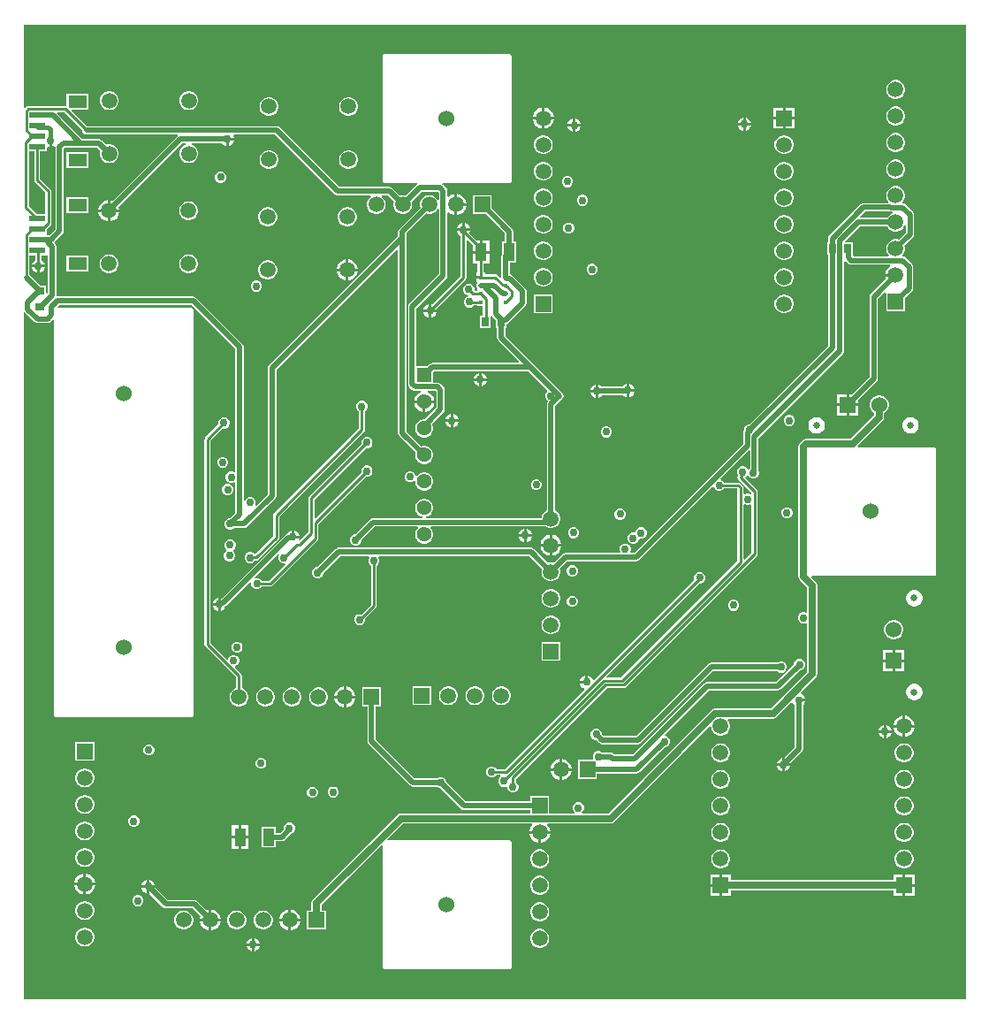
<source format=gbl>
G04*
G04 #@! TF.GenerationSoftware,Altium Limited,Altium Designer,22.2.1 (43)*
G04*
G04 Layer_Physical_Order=4*
G04 Layer_Color=16711680*
%FSLAX25Y25*%
%MOIN*%
G70*
G04*
G04 #@! TF.SameCoordinates,BF82E168-2CF8-4A2D-AB3A-859FEF8C30B5*
G04*
G04*
G04 #@! TF.FilePolarity,Positive*
G04*
G01*
G75*
%ADD14C,0.01000*%
%ADD22R,0.02756X0.03543*%
%ADD28R,0.03543X0.02756*%
%ADD30R,0.04331X0.06693*%
%ADD55C,0.01900*%
%ADD56C,0.01500*%
%ADD57C,0.02500*%
%ADD58C,0.05906*%
%ADD59R,0.05906X0.05906*%
%ADD60R,0.05906X0.05906*%
%ADD61C,0.02500*%
%ADD62C,0.06024*%
%ADD63R,0.06024X0.06024*%
%ADD64C,0.05610*%
%ADD65R,0.05610X0.05610*%
%ADD66C,0.06000*%
%ADD67R,0.06024X0.06024*%
%ADD68C,0.03000*%
%ADD69R,0.07087X0.04724*%
%ADD70R,0.06102X0.02362*%
%ADD71R,0.01575X0.01575*%
%ADD72C,0.02800*%
G36*
X11150Y-34459D02*
X11979Y-34115D01*
X12255Y-34260D01*
X12427Y-34425D01*
X12420Y-34464D01*
Y-65445D01*
X10153Y-67712D01*
X9612D01*
X9195Y-67511D01*
Y-67136D01*
X9195D01*
X9195Y-67011D01*
Y-65160D01*
X10488Y-63867D01*
X10488Y-63867D01*
X10731Y-63503D01*
X10817Y-63074D01*
Y-51094D01*
X10817Y-51094D01*
X10731Y-50665D01*
X10488Y-50301D01*
X10488Y-50301D01*
X6666Y-46478D01*
Y-36063D01*
X9195D01*
Y-34604D01*
X9695Y-34270D01*
X10150Y-34459D01*
Y-31960D01*
X11150D01*
Y-34459D01*
D02*
G37*
G36*
X22507Y-28107D02*
X22626Y-28705D01*
X22969Y-29217D01*
X23481Y-29560D01*
X24086Y-29680D01*
X58493D01*
X58645Y-30180D01*
X58492Y-30283D01*
X34065Y-54710D01*
X33120Y-54457D01*
X33100D01*
Y-57910D01*
X36553D01*
Y-57889D01*
X36300Y-56945D01*
X60264Y-32980D01*
X61509D01*
X61575Y-33480D01*
X61327Y-33547D01*
X60517Y-34015D01*
X59856Y-34676D01*
X59388Y-35486D01*
X59146Y-36390D01*
Y-37325D01*
X59388Y-38229D01*
X59856Y-39039D01*
X60517Y-39700D01*
X61327Y-40168D01*
X62231Y-40410D01*
X63166D01*
X64070Y-40168D01*
X64880Y-39700D01*
X65541Y-39039D01*
X66009Y-38229D01*
X66251Y-37325D01*
Y-36390D01*
X66009Y-35486D01*
X65541Y-34676D01*
X64880Y-34015D01*
X64070Y-33547D01*
X63822Y-33480D01*
X63888Y-32980D01*
X75345D01*
X75884Y-33519D01*
X76800Y-33899D01*
Y-31400D01*
X77300D01*
Y-30900D01*
X79799D01*
X79501Y-30180D01*
X79769Y-29680D01*
X95345D01*
X117841Y-52176D01*
X118354Y-52519D01*
X118959Y-52639D01*
X131289D01*
X131423Y-53139D01*
X131219Y-53257D01*
X130557Y-53919D01*
X130089Y-54729D01*
X129847Y-55632D01*
Y-56568D01*
X130089Y-57471D01*
X130557Y-58281D01*
X131219Y-58943D01*
X132029Y-59411D01*
X132932Y-59653D01*
X133868D01*
X134771Y-59411D01*
X135581Y-58943D01*
X136243Y-58281D01*
X136711Y-57471D01*
X136953Y-56568D01*
Y-55632D01*
X136711Y-54729D01*
X136243Y-53919D01*
X135581Y-53257D01*
X135377Y-53139D01*
X135511Y-52639D01*
X137704D01*
X140027Y-54962D01*
X139847Y-55632D01*
Y-56568D01*
X140089Y-57471D01*
X140557Y-58281D01*
X141219Y-58943D01*
X142029Y-59411D01*
X142932Y-59653D01*
X143868D01*
X144771Y-59411D01*
X145581Y-58943D01*
X146243Y-58281D01*
X146711Y-57471D01*
X146953Y-56568D01*
Y-55632D01*
X146773Y-54962D01*
X150355Y-51380D01*
X156832D01*
X157020Y-51568D01*
Y-54264D01*
X156520Y-54398D01*
X156243Y-53919D01*
X155581Y-53257D01*
X154771Y-52789D01*
X153868Y-52547D01*
X152932D01*
X152029Y-52789D01*
X151219Y-53257D01*
X150557Y-53919D01*
X150089Y-54729D01*
X149847Y-55632D01*
Y-56568D01*
X150027Y-57238D01*
X142083Y-65183D01*
X141740Y-65695D01*
X141620Y-66300D01*
Y-68045D01*
X92983Y-116683D01*
X92640Y-117195D01*
X92520Y-117800D01*
Y-165245D01*
X88243Y-169523D01*
X87819Y-169239D01*
X87989Y-168829D01*
Y-167994D01*
X87669Y-167222D01*
X87078Y-166631D01*
X86306Y-166312D01*
X85471D01*
X84699Y-166631D01*
X84108Y-167222D01*
X83880Y-167772D01*
X83380Y-167673D01*
Y-109700D01*
X83260Y-109095D01*
X82917Y-108582D01*
X65517Y-91183D01*
X65005Y-90840D01*
X64400Y-90720D01*
X13300D01*
X13129Y-90754D01*
X12903Y-90599D01*
X12680Y-90333D01*
Y-71937D01*
X12560Y-71332D01*
X12218Y-70819D01*
X12196Y-70797D01*
X12220Y-70115D01*
X15118Y-67217D01*
X15460Y-66705D01*
X15580Y-66100D01*
Y-35119D01*
X16119Y-34580D01*
X28186D01*
X29325Y-35719D01*
X29146Y-36390D01*
Y-37325D01*
X29388Y-38229D01*
X29855Y-39039D01*
X30517Y-39700D01*
X31327Y-40168D01*
X32231Y-40410D01*
X33166D01*
X34070Y-40168D01*
X34880Y-39700D01*
X35541Y-39039D01*
X36009Y-38229D01*
X36251Y-37325D01*
Y-36390D01*
X36009Y-35486D01*
X35541Y-34676D01*
X34880Y-34015D01*
X34070Y-33547D01*
X33166Y-33305D01*
X32231D01*
X31560Y-33484D01*
X29958Y-31883D01*
X29446Y-31540D01*
X28841Y-31420D01*
X22655D01*
X12977Y-21742D01*
X13184Y-21242D01*
X15642D01*
X22507Y-28107D01*
D02*
G37*
G36*
X4422Y-46943D02*
X4422Y-46943D01*
X4508Y-47372D01*
X4751Y-47736D01*
X8574Y-51559D01*
Y-59637D01*
X5349D01*
X2421Y-56709D01*
Y-36063D01*
X4422D01*
Y-46943D01*
D02*
G37*
G36*
X9520Y-89514D02*
X9372Y-89622D01*
X8872Y-89369D01*
Y-86769D01*
X6757D01*
X2514Y-82527D01*
Y-75410D01*
X4879D01*
Y-77059D01*
X4584Y-77181D01*
X3881Y-77884D01*
X3501Y-78800D01*
X8499D01*
X8119Y-77884D01*
X7416Y-77181D01*
X7122Y-77059D01*
Y-75410D01*
X9520D01*
Y-89514D01*
D02*
G37*
G36*
X355800Y-355800D02*
X400D01*
Y-96790D01*
X825Y-96633D01*
X900Y-96629D01*
X4588Y-100318D01*
X5101Y-100660D01*
X5706Y-100780D01*
X9500D01*
X10105Y-100660D01*
X10617Y-100318D01*
X11389Y-99546D01*
X11851Y-99738D01*
Y-248600D01*
X12041Y-249059D01*
X12500Y-249249D01*
X63700D01*
X64159Y-249059D01*
X64349Y-248600D01*
Y-95800D01*
X64159Y-95341D01*
X63700Y-95151D01*
X13338D01*
X13146Y-94689D01*
X13955Y-93880D01*
X63745D01*
X80220Y-110355D01*
Y-156746D01*
X79720Y-157029D01*
X79168Y-156800D01*
X78332D01*
X77561Y-157120D01*
X76970Y-157710D01*
X76650Y-158482D01*
Y-159318D01*
X76970Y-160090D01*
X77561Y-160680D01*
X78332Y-161000D01*
X79168D01*
X79720Y-160771D01*
X80220Y-161054D01*
Y-172245D01*
X78165Y-174300D01*
X77882D01*
X77110Y-174620D01*
X76520Y-175210D01*
X76200Y-175982D01*
Y-176818D01*
X76520Y-177590D01*
X77110Y-178180D01*
X77882Y-178500D01*
X78718D01*
X79489Y-178180D01*
X79690Y-177980D01*
X83600D01*
X84205Y-177860D01*
X84718Y-177517D01*
X95218Y-167017D01*
X95560Y-166505D01*
X95680Y-165900D01*
Y-118455D01*
X141158Y-72977D01*
X141620Y-73169D01*
Y-142167D01*
X141740Y-142772D01*
X142083Y-143284D01*
X148247Y-149449D01*
X148095Y-150019D01*
Y-150915D01*
X148327Y-151781D01*
X148775Y-152558D01*
X149409Y-153192D01*
X150186Y-153640D01*
X151052Y-153872D01*
X151948D01*
X152814Y-153640D01*
X153591Y-153192D01*
X154225Y-152558D01*
X154673Y-151781D01*
X154905Y-150915D01*
Y-150019D01*
X154673Y-149153D01*
X154225Y-148376D01*
X153591Y-147742D01*
X152814Y-147294D01*
X151948Y-147062D01*
X151052D01*
X150482Y-147214D01*
X144780Y-141512D01*
Y-68700D01*
Y-66955D01*
X152262Y-59473D01*
X152932Y-59653D01*
X153868D01*
X154771Y-59411D01*
X155581Y-58943D01*
X156243Y-58281D01*
X156520Y-57802D01*
X157020Y-57936D01*
Y-82344D01*
X145882Y-93481D01*
X145540Y-93994D01*
X145420Y-94598D01*
Y-123769D01*
X145540Y-124374D01*
X145882Y-124887D01*
X146935Y-125940D01*
X147448Y-126282D01*
X148053Y-126402D01*
X150035D01*
X150101Y-126902D01*
X150031Y-126921D01*
X149164Y-127422D01*
X148455Y-128130D01*
X147954Y-128998D01*
X147695Y-129966D01*
Y-129967D01*
X151500D01*
X155305D01*
Y-129966D01*
X155046Y-128998D01*
X154545Y-128130D01*
X153836Y-127422D01*
X152969Y-126921D01*
X152899Y-126902D01*
X152965Y-126402D01*
X155854D01*
X156042Y-126590D01*
Y-132623D01*
X151948Y-136717D01*
X151821Y-136907D01*
X151666Y-137062D01*
X151052D01*
X150186Y-137294D01*
X149409Y-137742D01*
X148775Y-138376D01*
X148327Y-139153D01*
X148095Y-140019D01*
Y-140915D01*
X148327Y-141781D01*
X148775Y-142558D01*
X149409Y-143192D01*
X150186Y-143640D01*
X151052Y-143872D01*
X151948D01*
X152814Y-143640D01*
X153591Y-143192D01*
X154225Y-142558D01*
X154673Y-141781D01*
X154905Y-140915D01*
Y-140019D01*
X154673Y-139153D01*
X154420Y-138715D01*
X158739Y-134395D01*
X159082Y-133883D01*
X159202Y-133278D01*
Y-125935D01*
X159082Y-125330D01*
X158739Y-124818D01*
X157626Y-123705D01*
X157114Y-123362D01*
X156509Y-123242D01*
X154905D01*
Y-119297D01*
X155322Y-118880D01*
X190945D01*
X198007Y-125942D01*
X197978Y-126502D01*
X197470Y-127010D01*
X197150Y-127782D01*
Y-128618D01*
X197470Y-129390D01*
X198060Y-129980D01*
X198031Y-130509D01*
X197840Y-130795D01*
X197720Y-131400D01*
Y-171310D01*
X197119Y-171657D01*
X196457Y-172319D01*
X195989Y-173129D01*
X195747Y-174032D01*
Y-174320D01*
X152210D01*
X152144Y-173820D01*
X152814Y-173640D01*
X153591Y-173192D01*
X154225Y-172558D01*
X154673Y-171781D01*
X154905Y-170915D01*
Y-170019D01*
X154673Y-169153D01*
X154225Y-168376D01*
X153591Y-167742D01*
X152814Y-167294D01*
X151948Y-167062D01*
X151052D01*
X150186Y-167294D01*
X149409Y-167742D01*
X148775Y-168376D01*
X148327Y-169153D01*
X148095Y-170019D01*
Y-170915D01*
X148327Y-171781D01*
X148775Y-172558D01*
X149409Y-173192D01*
X150186Y-173640D01*
X150856Y-173820D01*
X150790Y-174320D01*
X132200D01*
X131595Y-174440D01*
X131082Y-174783D01*
X125465Y-180400D01*
X125182D01*
X124410Y-180720D01*
X123820Y-181310D01*
X123500Y-182082D01*
Y-182918D01*
X123820Y-183690D01*
X124410Y-184280D01*
X125182Y-184600D01*
X126018D01*
X126790Y-184280D01*
X127380Y-183690D01*
X127700Y-182918D01*
Y-182635D01*
X132855Y-177480D01*
X148964D01*
X149171Y-177980D01*
X148775Y-178376D01*
X148327Y-179153D01*
X148095Y-180019D01*
Y-180915D01*
X148327Y-181781D01*
X148775Y-182558D01*
X149409Y-183192D01*
X150186Y-183640D01*
X151052Y-183872D01*
X151948D01*
X152814Y-183640D01*
X153591Y-183192D01*
X154225Y-182558D01*
X154673Y-181781D01*
X154905Y-180915D01*
Y-180019D01*
X154673Y-179153D01*
X154225Y-178376D01*
X153829Y-177980D01*
X154036Y-177480D01*
X196816D01*
X197218Y-177400D01*
X197929Y-177811D01*
X198832Y-178053D01*
X199768D01*
X200671Y-177811D01*
X201481Y-177343D01*
X202143Y-176681D01*
X202611Y-175871D01*
X202853Y-174968D01*
Y-174032D01*
X202611Y-173129D01*
X202143Y-172319D01*
X201481Y-171657D01*
X200880Y-171310D01*
Y-132055D01*
X203618Y-129317D01*
X203960Y-128805D01*
X204080Y-128200D01*
X203960Y-127595D01*
X203618Y-127083D01*
X192718Y-116182D01*
X182086Y-105551D01*
Y-102672D01*
X182483D01*
Y-101267D01*
X182626Y-101238D01*
X183139Y-100896D01*
X189662Y-94373D01*
X190005Y-93860D01*
X190125Y-93255D01*
Y-88754D01*
X190005Y-88150D01*
X189662Y-87637D01*
X184920Y-82895D01*
X184407Y-82552D01*
X183829Y-82437D01*
Y-77947D01*
X186280D01*
Y-70053D01*
X185095D01*
Y-66215D01*
X184975Y-65610D01*
X184632Y-65097D01*
X176953Y-57418D01*
Y-52547D01*
X169847D01*
Y-59653D01*
X174718D01*
X181935Y-66870D01*
Y-70053D01*
X180750D01*
Y-74858D01*
X180668Y-75266D01*
Y-83500D01*
X180682Y-83568D01*
X180221Y-83814D01*
X179114Y-82707D01*
X178750Y-82464D01*
X178321Y-82378D01*
X178321Y-82378D01*
X174587D01*
Y-81713D01*
X173922D01*
Y-78347D01*
X176050D01*
Y-74500D01*
X172885D01*
X169720D01*
Y-78347D01*
X171678D01*
Y-81713D01*
X171013D01*
Y-83000D01*
X172800D01*
Y-84000D01*
X171013D01*
Y-85287D01*
X171413D01*
Y-85936D01*
X171340Y-86045D01*
X171220Y-86650D01*
X171340Y-87254D01*
X171413Y-87363D01*
Y-87912D01*
X171413Y-88037D01*
X171413D01*
Y-88178D01*
X171023Y-88678D01*
X170862D01*
X170400Y-88518D01*
Y-87682D01*
X170080Y-86910D01*
X169490Y-86320D01*
X168718Y-86000D01*
X167882D01*
X167110Y-86320D01*
X166520Y-86910D01*
X166200Y-87682D01*
Y-88518D01*
X166520Y-89289D01*
X167110Y-89880D01*
X167882Y-90200D01*
X168273D01*
X168315Y-90264D01*
X168168Y-90540D01*
X168022Y-90725D01*
X167310Y-91020D01*
X166720Y-91610D01*
X166400Y-92382D01*
Y-93218D01*
X166720Y-93989D01*
X167310Y-94580D01*
X168082Y-94900D01*
X168918D01*
X169690Y-94580D01*
X170274Y-93996D01*
X171413D01*
Y-94336D01*
X173566D01*
Y-97928D01*
X172622D01*
Y-102672D01*
X176578D01*
Y-98263D01*
X177078Y-98111D01*
X177283Y-98418D01*
X178528Y-99663D01*
Y-102672D01*
X178925D01*
Y-106205D01*
X179045Y-106810D01*
X179388Y-107323D01*
X187323Y-115258D01*
X187131Y-115720D01*
X154667D01*
X154062Y-115840D01*
X153549Y-116182D01*
X152670Y-117062D01*
X148580D01*
Y-95253D01*
X159718Y-84116D01*
X160060Y-83603D01*
X160180Y-82998D01*
Y-59178D01*
X160680Y-58970D01*
X160973Y-59263D01*
X161874Y-59783D01*
X162880Y-60053D01*
X162900D01*
Y-56100D01*
Y-52147D01*
X162880D01*
X161874Y-52417D01*
X160973Y-52937D01*
X160680Y-53230D01*
X160180Y-53022D01*
Y-50913D01*
X160060Y-50308D01*
X159718Y-49795D01*
X158605Y-48682D01*
X158256Y-48449D01*
X158407Y-47949D01*
X183800D01*
X184259Y-47759D01*
X184449Y-47300D01*
Y0D01*
X184259Y459D01*
X183800Y649D01*
X136400D01*
X135941Y459D01*
X135751Y0D01*
Y-47300D01*
X135941Y-47759D01*
X136400Y-47949D01*
X148780D01*
X148931Y-48449D01*
X148582Y-48682D01*
X144538Y-52727D01*
X143868Y-52547D01*
X142932D01*
X142262Y-52727D01*
X139476Y-49941D01*
X138964Y-49599D01*
X138359Y-49478D01*
X119613D01*
X97118Y-26983D01*
X96605Y-26640D01*
X96000Y-26520D01*
X24092D01*
X18349Y-20777D01*
X18541Y-20315D01*
X24943D01*
Y-14391D01*
X16657D01*
Y-18610D01*
X16157Y-19009D01*
X16107Y-18999D01*
X16107Y-18999D01*
X2106D01*
X2106Y-18999D01*
X1677Y-19085D01*
X1313Y-19328D01*
X1313Y-19328D01*
X900Y-19741D01*
X400Y-19534D01*
Y11800D01*
X355800D01*
Y-355800D01*
D02*
G37*
%LPC*%
G36*
X79799Y-31900D02*
X77800D01*
Y-33899D01*
X78716Y-33519D01*
X79419Y-32816D01*
X79799Y-31900D01*
D02*
G37*
G36*
X24943Y-36438D02*
X16657D01*
Y-42362D01*
X24943D01*
Y-36438D01*
D02*
G37*
G36*
X93368Y-35595D02*
X92432D01*
X91529Y-35837D01*
X90719Y-36305D01*
X90057Y-36966D01*
X89589Y-37776D01*
X89347Y-38680D01*
Y-39616D01*
X89589Y-40519D01*
X90057Y-41329D01*
X90719Y-41991D01*
X91529Y-42459D01*
X92432Y-42701D01*
X93368D01*
X94271Y-42459D01*
X95081Y-41991D01*
X95743Y-41329D01*
X96211Y-40519D01*
X96453Y-39616D01*
Y-38680D01*
X96211Y-37776D01*
X95743Y-36966D01*
X95081Y-36305D01*
X94271Y-35837D01*
X93368Y-35595D01*
D02*
G37*
G36*
X75118Y-43700D02*
X74282D01*
X73510Y-44020D01*
X72920Y-44610D01*
X72600Y-45382D01*
Y-46218D01*
X72920Y-46990D01*
X73510Y-47580D01*
X74282Y-47900D01*
X75118D01*
X75889Y-47580D01*
X76480Y-46990D01*
X76800Y-46218D01*
Y-45382D01*
X76480Y-44610D01*
X75889Y-44020D01*
X75118Y-43700D01*
D02*
G37*
G36*
X32100Y-54457D02*
X32080D01*
X31074Y-54726D01*
X30173Y-55247D01*
X29437Y-55983D01*
X28917Y-56884D01*
X28647Y-57889D01*
Y-57910D01*
X32100D01*
Y-54457D01*
D02*
G37*
G36*
X24943Y-53338D02*
X16657D01*
Y-59262D01*
X24943D01*
Y-53338D01*
D02*
G37*
G36*
X63068Y-54857D02*
X62132D01*
X61229Y-55099D01*
X60419Y-55567D01*
X59757Y-56228D01*
X59289Y-57038D01*
X59047Y-57942D01*
Y-58877D01*
X59289Y-59781D01*
X59757Y-60591D01*
X60419Y-61253D01*
X61229Y-61720D01*
X62132Y-61962D01*
X63068D01*
X63971Y-61720D01*
X64781Y-61253D01*
X65443Y-60591D01*
X65911Y-59781D01*
X66153Y-58877D01*
Y-57942D01*
X65911Y-57038D01*
X65443Y-56228D01*
X64781Y-55567D01*
X63971Y-55099D01*
X63068Y-54857D01*
D02*
G37*
G36*
X36553Y-58910D02*
X33100D01*
Y-62362D01*
X33120D01*
X34126Y-62093D01*
X35027Y-61573D01*
X35763Y-60837D01*
X36283Y-59935D01*
X36553Y-58930D01*
Y-58910D01*
D02*
G37*
G36*
X32100D02*
X28647D01*
Y-58930D01*
X28917Y-59935D01*
X29437Y-60837D01*
X30173Y-61573D01*
X31074Y-62093D01*
X32080Y-62362D01*
X32100D01*
Y-58910D01*
D02*
G37*
G36*
X122968Y-57147D02*
X122032D01*
X121129Y-57389D01*
X120319Y-57857D01*
X119657Y-58519D01*
X119189Y-59329D01*
X118947Y-60232D01*
Y-61168D01*
X119189Y-62071D01*
X119657Y-62881D01*
X120319Y-63543D01*
X121129Y-64011D01*
X122032Y-64253D01*
X122968D01*
X123871Y-64011D01*
X124681Y-63543D01*
X125343Y-62881D01*
X125811Y-62071D01*
X126053Y-61168D01*
Y-60232D01*
X125811Y-59329D01*
X125343Y-58519D01*
X124681Y-57857D01*
X123871Y-57389D01*
X122968Y-57147D01*
D02*
G37*
G36*
X92968D02*
X92032D01*
X91129Y-57389D01*
X90319Y-57857D01*
X89657Y-58519D01*
X89189Y-59329D01*
X88947Y-60232D01*
Y-61168D01*
X89189Y-62071D01*
X89657Y-62881D01*
X90319Y-63543D01*
X91129Y-64011D01*
X92032Y-64253D01*
X92968D01*
X93871Y-64011D01*
X94681Y-63543D01*
X95343Y-62881D01*
X95811Y-62071D01*
X96053Y-61168D01*
Y-60232D01*
X95811Y-59329D01*
X95343Y-58519D01*
X94681Y-57857D01*
X93871Y-57389D01*
X92968Y-57147D01*
D02*
G37*
G36*
X123020Y-76747D02*
X123000D01*
Y-80200D01*
X126453D01*
Y-80180D01*
X126183Y-79174D01*
X125663Y-78273D01*
X124927Y-77537D01*
X124026Y-77017D01*
X123020Y-76747D01*
D02*
G37*
G36*
X122000D02*
X121980D01*
X120974Y-77017D01*
X120073Y-77537D01*
X119337Y-78273D01*
X118817Y-79174D01*
X118547Y-80180D01*
Y-80200D01*
X122000D01*
Y-76747D01*
D02*
G37*
G36*
X24943Y-75385D02*
X16657D01*
Y-81309D01*
X24943D01*
Y-75385D01*
D02*
G37*
G36*
X63068Y-74857D02*
X62132D01*
X61229Y-75099D01*
X60419Y-75567D01*
X59757Y-76228D01*
X59289Y-77038D01*
X59047Y-77942D01*
Y-78877D01*
X59289Y-79781D01*
X59757Y-80591D01*
X60419Y-81253D01*
X61229Y-81720D01*
X62132Y-81962D01*
X63068D01*
X63971Y-81720D01*
X64781Y-81253D01*
X65443Y-80591D01*
X65911Y-79781D01*
X66153Y-78877D01*
Y-77942D01*
X65911Y-77038D01*
X65443Y-76228D01*
X64781Y-75567D01*
X63971Y-75099D01*
X63068Y-74857D01*
D02*
G37*
G36*
X33068D02*
X32132D01*
X31229Y-75099D01*
X30419Y-75567D01*
X29757Y-76228D01*
X29289Y-77038D01*
X29047Y-77942D01*
Y-78877D01*
X29289Y-79781D01*
X29757Y-80591D01*
X30419Y-81253D01*
X31229Y-81720D01*
X32132Y-81962D01*
X33068D01*
X33971Y-81720D01*
X34781Y-81253D01*
X35443Y-80591D01*
X35911Y-79781D01*
X36153Y-78877D01*
Y-77942D01*
X35911Y-77038D01*
X35443Y-76228D01*
X34781Y-75567D01*
X33971Y-75099D01*
X33068Y-74857D01*
D02*
G37*
G36*
X92968Y-77147D02*
X92032D01*
X91129Y-77389D01*
X90319Y-77857D01*
X89657Y-78519D01*
X89189Y-79329D01*
X88947Y-80232D01*
Y-81168D01*
X89189Y-82071D01*
X89657Y-82881D01*
X90319Y-83543D01*
X91129Y-84011D01*
X92032Y-84253D01*
X92968D01*
X93871Y-84011D01*
X94681Y-83543D01*
X95343Y-82881D01*
X95811Y-82071D01*
X96053Y-81168D01*
Y-80232D01*
X95811Y-79329D01*
X95343Y-78519D01*
X94681Y-77857D01*
X93871Y-77389D01*
X92968Y-77147D01*
D02*
G37*
G36*
X126453Y-81200D02*
X123000D01*
Y-84653D01*
X123020D01*
X124026Y-84383D01*
X124927Y-83863D01*
X125663Y-83127D01*
X126183Y-82226D01*
X126453Y-81220D01*
Y-81200D01*
D02*
G37*
G36*
X122000D02*
X118547D01*
Y-81220D01*
X118817Y-82226D01*
X119337Y-83127D01*
X120073Y-83863D01*
X120974Y-84383D01*
X121980Y-84653D01*
X122000D01*
Y-81200D01*
D02*
G37*
G36*
X88618Y-84800D02*
X87782D01*
X87011Y-85120D01*
X86420Y-85711D01*
X86100Y-86482D01*
Y-87318D01*
X86420Y-88090D01*
X87011Y-88680D01*
X87782Y-89000D01*
X88618D01*
X89389Y-88680D01*
X89980Y-88090D01*
X90300Y-87318D01*
Y-86482D01*
X89980Y-85711D01*
X89389Y-85120D01*
X88618Y-84800D01*
D02*
G37*
G36*
X8499Y-79800D02*
X6500D01*
Y-81799D01*
X7416Y-81419D01*
X8119Y-80716D01*
X8499Y-79800D01*
D02*
G37*
G36*
X5500D02*
X3501D01*
X3881Y-80716D01*
X4584Y-81419D01*
X5500Y-81799D01*
Y-79800D01*
D02*
G37*
G36*
X329768Y-9147D02*
X328832D01*
X327929Y-9389D01*
X327119Y-9857D01*
X326457Y-10519D01*
X325989Y-11329D01*
X325747Y-12232D01*
Y-13168D01*
X325989Y-14071D01*
X326457Y-14881D01*
X327119Y-15543D01*
X327929Y-16011D01*
X328832Y-16253D01*
X329768D01*
X330671Y-16011D01*
X331481Y-15543D01*
X332143Y-14881D01*
X332611Y-14071D01*
X332853Y-13168D01*
Y-12232D01*
X332611Y-11329D01*
X332143Y-10519D01*
X331481Y-9857D01*
X330671Y-9389D01*
X329768Y-9147D01*
D02*
G37*
G36*
X63166Y-13305D02*
X62231D01*
X61327Y-13547D01*
X60517Y-14015D01*
X59856Y-14676D01*
X59388Y-15486D01*
X59146Y-16390D01*
Y-17325D01*
X59388Y-18229D01*
X59856Y-19039D01*
X60517Y-19700D01*
X61327Y-20168D01*
X62231Y-20410D01*
X63166D01*
X64070Y-20168D01*
X64880Y-19700D01*
X65541Y-19039D01*
X66009Y-18229D01*
X66251Y-17325D01*
Y-16390D01*
X66009Y-15486D01*
X65541Y-14676D01*
X64880Y-14015D01*
X64070Y-13547D01*
X63166Y-13305D01*
D02*
G37*
G36*
X33166D02*
X32231D01*
X31327Y-13547D01*
X30517Y-14015D01*
X29855Y-14676D01*
X29388Y-15486D01*
X29146Y-16390D01*
Y-17325D01*
X29388Y-18229D01*
X29855Y-19039D01*
X30517Y-19700D01*
X31327Y-20168D01*
X32231Y-20410D01*
X33166D01*
X34070Y-20168D01*
X34880Y-19700D01*
X35541Y-19039D01*
X36009Y-18229D01*
X36251Y-17325D01*
Y-16390D01*
X36009Y-15486D01*
X35541Y-14676D01*
X34880Y-14015D01*
X34070Y-13547D01*
X33166Y-13305D01*
D02*
G37*
G36*
X123368Y-15595D02*
X122432D01*
X121529Y-15837D01*
X120719Y-16305D01*
X120057Y-16966D01*
X119589Y-17776D01*
X119347Y-18680D01*
Y-19615D01*
X119589Y-20519D01*
X120057Y-21329D01*
X120719Y-21991D01*
X121529Y-22458D01*
X122432Y-22701D01*
X123368D01*
X124271Y-22458D01*
X125081Y-21991D01*
X125743Y-21329D01*
X126211Y-20519D01*
X126453Y-19615D01*
Y-18680D01*
X126211Y-17776D01*
X125743Y-16966D01*
X125081Y-16305D01*
X124271Y-15837D01*
X123368Y-15595D01*
D02*
G37*
G36*
X93368D02*
X92432D01*
X91529Y-15837D01*
X90719Y-16305D01*
X90057Y-16966D01*
X89589Y-17776D01*
X89347Y-18680D01*
Y-19615D01*
X89589Y-20519D01*
X90057Y-21329D01*
X90719Y-21991D01*
X91529Y-22458D01*
X92432Y-22701D01*
X93368D01*
X94271Y-22458D01*
X95081Y-21991D01*
X95743Y-21329D01*
X96211Y-20519D01*
X96453Y-19615D01*
Y-18680D01*
X96211Y-17776D01*
X95743Y-16966D01*
X95081Y-16305D01*
X94271Y-15837D01*
X93368Y-15595D01*
D02*
G37*
G36*
X196920Y-19547D02*
X196900D01*
Y-23000D01*
X200353D01*
Y-22980D01*
X200083Y-21974D01*
X199563Y-21073D01*
X198827Y-20337D01*
X197926Y-19817D01*
X196920Y-19547D01*
D02*
G37*
G36*
X291153D02*
X287700D01*
Y-23000D01*
X291153D01*
Y-19547D01*
D02*
G37*
G36*
X286700D02*
X283247D01*
Y-23000D01*
X286700D01*
Y-19547D01*
D02*
G37*
G36*
X195900D02*
X195880D01*
X194874Y-19817D01*
X193973Y-20337D01*
X193237Y-21073D01*
X192717Y-21974D01*
X192447Y-22980D01*
Y-23000D01*
X195900D01*
Y-19547D01*
D02*
G37*
G36*
X272700Y-23301D02*
Y-25300D01*
X274699D01*
X274319Y-24384D01*
X273616Y-23681D01*
X272700Y-23301D01*
D02*
G37*
G36*
X271700D02*
X270784Y-23681D01*
X270081Y-24384D01*
X269701Y-25300D01*
X271700D01*
Y-23301D01*
D02*
G37*
G36*
X208600Y-23701D02*
Y-25700D01*
X210599D01*
X210219Y-24784D01*
X209516Y-24081D01*
X208600Y-23701D01*
D02*
G37*
G36*
X207600D02*
X206684Y-24081D01*
X205981Y-24784D01*
X205601Y-25700D01*
X207600D01*
Y-23701D01*
D02*
G37*
G36*
X329768Y-19147D02*
X328832D01*
X327929Y-19389D01*
X327119Y-19857D01*
X326457Y-20519D01*
X325989Y-21329D01*
X325747Y-22232D01*
Y-23168D01*
X325989Y-24071D01*
X326457Y-24881D01*
X327119Y-25543D01*
X327929Y-26011D01*
X328832Y-26253D01*
X329768D01*
X330671Y-26011D01*
X331481Y-25543D01*
X332143Y-24881D01*
X332611Y-24071D01*
X332853Y-23168D01*
Y-22232D01*
X332611Y-21329D01*
X332143Y-20519D01*
X331481Y-19857D01*
X330671Y-19389D01*
X329768Y-19147D01*
D02*
G37*
G36*
X291153Y-24000D02*
X287700D01*
Y-27453D01*
X291153D01*
Y-24000D01*
D02*
G37*
G36*
X286700D02*
X283247D01*
Y-27453D01*
X286700D01*
Y-24000D01*
D02*
G37*
G36*
X200353D02*
X196900D01*
Y-27453D01*
X196920D01*
X197926Y-27183D01*
X198827Y-26663D01*
X199563Y-25927D01*
X200083Y-25026D01*
X200353Y-24020D01*
Y-24000D01*
D02*
G37*
G36*
X195900D02*
X192447D01*
Y-24020D01*
X192717Y-25026D01*
X193237Y-25927D01*
X193973Y-26663D01*
X194874Y-27183D01*
X195880Y-27453D01*
X195900D01*
Y-24000D01*
D02*
G37*
G36*
X274699Y-26300D02*
X272700D01*
Y-28299D01*
X273616Y-27919D01*
X274319Y-27216D01*
X274699Y-26300D01*
D02*
G37*
G36*
X271700D02*
X269701D01*
X270081Y-27216D01*
X270784Y-27919D01*
X271700Y-28299D01*
Y-26300D01*
D02*
G37*
G36*
X210599Y-26700D02*
X208600D01*
Y-28699D01*
X209516Y-28319D01*
X210219Y-27616D01*
X210599Y-26700D01*
D02*
G37*
G36*
X207600D02*
X205601D01*
X205981Y-27616D01*
X206684Y-28319D01*
X207600Y-28699D01*
Y-26700D01*
D02*
G37*
G36*
X329768Y-29147D02*
X328832D01*
X327929Y-29389D01*
X327119Y-29857D01*
X326457Y-30519D01*
X325989Y-31329D01*
X325747Y-32232D01*
Y-33168D01*
X325989Y-34071D01*
X326457Y-34881D01*
X327119Y-35543D01*
X327929Y-36011D01*
X328832Y-36253D01*
X329768D01*
X330671Y-36011D01*
X331481Y-35543D01*
X332143Y-34881D01*
X332611Y-34071D01*
X332853Y-33168D01*
Y-32232D01*
X332611Y-31329D01*
X332143Y-30519D01*
X331481Y-29857D01*
X330671Y-29389D01*
X329768Y-29147D01*
D02*
G37*
G36*
X287668Y-29947D02*
X286732D01*
X285829Y-30189D01*
X285019Y-30657D01*
X284357Y-31319D01*
X283889Y-32129D01*
X283647Y-33032D01*
Y-33968D01*
X283889Y-34871D01*
X284357Y-35681D01*
X285019Y-36343D01*
X285829Y-36811D01*
X286732Y-37053D01*
X287668D01*
X288571Y-36811D01*
X289381Y-36343D01*
X290043Y-35681D01*
X290511Y-34871D01*
X290753Y-33968D01*
Y-33032D01*
X290511Y-32129D01*
X290043Y-31319D01*
X289381Y-30657D01*
X288571Y-30189D01*
X287668Y-29947D01*
D02*
G37*
G36*
X196868D02*
X195932D01*
X195029Y-30189D01*
X194219Y-30657D01*
X193557Y-31319D01*
X193089Y-32129D01*
X192847Y-33032D01*
Y-33968D01*
X193089Y-34871D01*
X193557Y-35681D01*
X194219Y-36343D01*
X195029Y-36811D01*
X195932Y-37053D01*
X196868D01*
X197771Y-36811D01*
X198581Y-36343D01*
X199243Y-35681D01*
X199711Y-34871D01*
X199953Y-33968D01*
Y-33032D01*
X199711Y-32129D01*
X199243Y-31319D01*
X198581Y-30657D01*
X197771Y-30189D01*
X196868Y-29947D01*
D02*
G37*
G36*
X123368Y-35595D02*
X122432D01*
X121529Y-35837D01*
X120719Y-36305D01*
X120057Y-36966D01*
X119589Y-37776D01*
X119347Y-38680D01*
Y-39616D01*
X119589Y-40519D01*
X120057Y-41329D01*
X120719Y-41991D01*
X121529Y-42459D01*
X122432Y-42701D01*
X123368D01*
X124271Y-42459D01*
X125081Y-41991D01*
X125743Y-41329D01*
X126211Y-40519D01*
X126453Y-39616D01*
Y-38680D01*
X126211Y-37776D01*
X125743Y-36966D01*
X125081Y-36305D01*
X124271Y-35837D01*
X123368Y-35595D01*
D02*
G37*
G36*
X329768Y-39147D02*
X328832D01*
X327929Y-39389D01*
X327119Y-39857D01*
X326457Y-40519D01*
X325989Y-41329D01*
X325747Y-42232D01*
Y-43168D01*
X325989Y-44071D01*
X326457Y-44881D01*
X327119Y-45543D01*
X327929Y-46011D01*
X328832Y-46253D01*
X329768D01*
X330671Y-46011D01*
X331481Y-45543D01*
X332143Y-44881D01*
X332611Y-44071D01*
X332853Y-43168D01*
Y-42232D01*
X332611Y-41329D01*
X332143Y-40519D01*
X331481Y-39857D01*
X330671Y-39389D01*
X329768Y-39147D01*
D02*
G37*
G36*
X287668Y-39947D02*
X286732D01*
X285829Y-40189D01*
X285019Y-40657D01*
X284357Y-41319D01*
X283889Y-42129D01*
X283647Y-43032D01*
Y-43968D01*
X283889Y-44871D01*
X284357Y-45681D01*
X285019Y-46343D01*
X285829Y-46811D01*
X286732Y-47053D01*
X287668D01*
X288571Y-46811D01*
X289381Y-46343D01*
X290043Y-45681D01*
X290511Y-44871D01*
X290753Y-43968D01*
Y-43032D01*
X290511Y-42129D01*
X290043Y-41319D01*
X289381Y-40657D01*
X288571Y-40189D01*
X287668Y-39947D01*
D02*
G37*
G36*
X196868D02*
X195932D01*
X195029Y-40189D01*
X194219Y-40657D01*
X193557Y-41319D01*
X193089Y-42129D01*
X192847Y-43032D01*
Y-43968D01*
X193089Y-44871D01*
X193557Y-45681D01*
X194219Y-46343D01*
X195029Y-46811D01*
X195932Y-47053D01*
X196868D01*
X197771Y-46811D01*
X198581Y-46343D01*
X199243Y-45681D01*
X199711Y-44871D01*
X199953Y-43968D01*
Y-43032D01*
X199711Y-42129D01*
X199243Y-41319D01*
X198581Y-40657D01*
X197771Y-40189D01*
X196868Y-39947D01*
D02*
G37*
G36*
X205918Y-45300D02*
X205082D01*
X204310Y-45620D01*
X203720Y-46210D01*
X203400Y-46982D01*
Y-47818D01*
X203720Y-48590D01*
X204310Y-49180D01*
X205082Y-49500D01*
X205918D01*
X206690Y-49180D01*
X207280Y-48590D01*
X207600Y-47818D01*
Y-46982D01*
X207280Y-46210D01*
X206690Y-45620D01*
X205918Y-45300D01*
D02*
G37*
G36*
X163920Y-52147D02*
X163900D01*
Y-55600D01*
X167353D01*
Y-55580D01*
X167083Y-54574D01*
X166563Y-53673D01*
X165827Y-52937D01*
X164926Y-52417D01*
X163920Y-52147D01*
D02*
G37*
G36*
X211618Y-52400D02*
X210782D01*
X210010Y-52720D01*
X209420Y-53311D01*
X209100Y-54082D01*
Y-54918D01*
X209420Y-55690D01*
X210010Y-56280D01*
X210782Y-56600D01*
X211618D01*
X212390Y-56280D01*
X212980Y-55690D01*
X213300Y-54918D01*
Y-54082D01*
X212980Y-53311D01*
X212390Y-52720D01*
X211618Y-52400D01*
D02*
G37*
G36*
X287668Y-49947D02*
X286732D01*
X285829Y-50189D01*
X285019Y-50657D01*
X284357Y-51319D01*
X283889Y-52129D01*
X283647Y-53032D01*
Y-53968D01*
X283889Y-54871D01*
X284357Y-55681D01*
X285019Y-56343D01*
X285829Y-56811D01*
X286732Y-57053D01*
X287668D01*
X288571Y-56811D01*
X289381Y-56343D01*
X290043Y-55681D01*
X290511Y-54871D01*
X290753Y-53968D01*
Y-53032D01*
X290511Y-52129D01*
X290043Y-51319D01*
X289381Y-50657D01*
X288571Y-50189D01*
X287668Y-49947D01*
D02*
G37*
G36*
X196868D02*
X195932D01*
X195029Y-50189D01*
X194219Y-50657D01*
X193557Y-51319D01*
X193089Y-52129D01*
X192847Y-53032D01*
Y-53968D01*
X193089Y-54871D01*
X193557Y-55681D01*
X194219Y-56343D01*
X195029Y-56811D01*
X195932Y-57053D01*
X196868D01*
X197771Y-56811D01*
X198581Y-56343D01*
X199243Y-55681D01*
X199711Y-54871D01*
X199953Y-53968D01*
Y-53032D01*
X199711Y-52129D01*
X199243Y-51319D01*
X198581Y-50657D01*
X197771Y-50189D01*
X196868Y-49947D01*
D02*
G37*
G36*
X167353Y-56600D02*
X163900D01*
Y-60053D01*
X163920D01*
X164926Y-59783D01*
X165827Y-59263D01*
X166563Y-58527D01*
X167083Y-57626D01*
X167353Y-56620D01*
Y-56600D01*
D02*
G37*
G36*
X166800Y-63101D02*
Y-65100D01*
X168799D01*
X168419Y-64184D01*
X167716Y-63481D01*
X166800Y-63101D01*
D02*
G37*
G36*
X165800D02*
X164884Y-63481D01*
X164181Y-64184D01*
X163801Y-65100D01*
X165800D01*
Y-63101D01*
D02*
G37*
G36*
X287668Y-59947D02*
X286732D01*
X285829Y-60189D01*
X285019Y-60657D01*
X284357Y-61319D01*
X283889Y-62129D01*
X283647Y-63032D01*
Y-63968D01*
X283889Y-64871D01*
X284357Y-65681D01*
X285019Y-66343D01*
X285829Y-66811D01*
X286732Y-67053D01*
X287668D01*
X288571Y-66811D01*
X289381Y-66343D01*
X290043Y-65681D01*
X290511Y-64871D01*
X290753Y-63968D01*
Y-63032D01*
X290511Y-62129D01*
X290043Y-61319D01*
X289381Y-60657D01*
X288571Y-60189D01*
X287668Y-59947D01*
D02*
G37*
G36*
X196868D02*
X195932D01*
X195029Y-60189D01*
X194219Y-60657D01*
X193557Y-61319D01*
X193089Y-62129D01*
X192847Y-63032D01*
Y-63968D01*
X193089Y-64871D01*
X193557Y-65681D01*
X194219Y-66343D01*
X195029Y-66811D01*
X195932Y-67053D01*
X196868D01*
X197771Y-66811D01*
X198581Y-66343D01*
X199243Y-65681D01*
X199711Y-64871D01*
X199953Y-63968D01*
Y-63032D01*
X199711Y-62129D01*
X199243Y-61319D01*
X198581Y-60657D01*
X197771Y-60189D01*
X196868Y-59947D01*
D02*
G37*
G36*
X206418Y-62900D02*
X205582D01*
X204810Y-63220D01*
X204220Y-63810D01*
X203900Y-64582D01*
Y-65418D01*
X204220Y-66189D01*
X204810Y-66780D01*
X205582Y-67100D01*
X206418D01*
X207190Y-66780D01*
X207780Y-66189D01*
X208100Y-65418D01*
Y-64582D01*
X207780Y-63810D01*
X207190Y-63220D01*
X206418Y-62900D01*
D02*
G37*
G36*
X176050Y-69653D02*
X173385D01*
Y-73500D01*
X176050D01*
Y-69653D01*
D02*
G37*
G36*
X168799Y-66100D02*
X163801D01*
X164181Y-67016D01*
X164884Y-67719D01*
X165178Y-67841D01*
Y-83035D01*
X154492Y-93722D01*
X154200Y-93601D01*
Y-95600D01*
X156199D01*
X156078Y-95308D01*
X167093Y-84293D01*
X167093Y-84293D01*
X167336Y-83929D01*
X167422Y-83500D01*
X167422Y-83500D01*
Y-69595D01*
X167884Y-69403D01*
X169720Y-71240D01*
Y-73500D01*
X172385D01*
Y-69653D01*
X171306D01*
X168492Y-66840D01*
X168799Y-66100D01*
D02*
G37*
G36*
X287668Y-69947D02*
X286732D01*
X285829Y-70189D01*
X285019Y-70657D01*
X284357Y-71319D01*
X283889Y-72129D01*
X283647Y-73032D01*
Y-73968D01*
X283889Y-74871D01*
X284357Y-75681D01*
X285019Y-76343D01*
X285829Y-76811D01*
X286732Y-77053D01*
X287668D01*
X288571Y-76811D01*
X289381Y-76343D01*
X290043Y-75681D01*
X290511Y-74871D01*
X290753Y-73968D01*
Y-73032D01*
X290511Y-72129D01*
X290043Y-71319D01*
X289381Y-70657D01*
X288571Y-70189D01*
X287668Y-69947D01*
D02*
G37*
G36*
X196868D02*
X195932D01*
X195029Y-70189D01*
X194219Y-70657D01*
X193557Y-71319D01*
X193089Y-72129D01*
X192847Y-73032D01*
Y-73968D01*
X193089Y-74871D01*
X193557Y-75681D01*
X194219Y-76343D01*
X195029Y-76811D01*
X195932Y-77053D01*
X196868D01*
X197771Y-76811D01*
X198581Y-76343D01*
X199243Y-75681D01*
X199711Y-74871D01*
X199953Y-73968D01*
Y-73032D01*
X199711Y-72129D01*
X199243Y-71319D01*
X198581Y-70657D01*
X197771Y-70189D01*
X196868Y-69947D01*
D02*
G37*
G36*
X215220Y-78400D02*
X214385D01*
X213613Y-78720D01*
X213022Y-79311D01*
X212703Y-80082D01*
Y-80918D01*
X213022Y-81690D01*
X213613Y-82280D01*
X214385Y-82600D01*
X215220D01*
X215992Y-82280D01*
X216583Y-81690D01*
X216903Y-80918D01*
Y-80082D01*
X216583Y-79311D01*
X215992Y-78720D01*
X215220Y-78400D01*
D02*
G37*
G36*
X287668Y-79947D02*
X286732D01*
X285829Y-80189D01*
X285019Y-80657D01*
X284357Y-81319D01*
X283889Y-82129D01*
X283647Y-83032D01*
Y-83968D01*
X283889Y-84871D01*
X284357Y-85681D01*
X285019Y-86343D01*
X285829Y-86811D01*
X286732Y-87053D01*
X287668D01*
X288571Y-86811D01*
X289381Y-86343D01*
X290043Y-85681D01*
X290511Y-84871D01*
X290753Y-83968D01*
Y-83032D01*
X290511Y-82129D01*
X290043Y-81319D01*
X289381Y-80657D01*
X288571Y-80189D01*
X287668Y-79947D01*
D02*
G37*
G36*
X196868D02*
X195932D01*
X195029Y-80189D01*
X194219Y-80657D01*
X193557Y-81319D01*
X193089Y-82129D01*
X192847Y-83032D01*
Y-83968D01*
X193089Y-84871D01*
X193557Y-85681D01*
X194219Y-86343D01*
X195029Y-86811D01*
X195932Y-87053D01*
X196868D01*
X197771Y-86811D01*
X198581Y-86343D01*
X199243Y-85681D01*
X199711Y-84871D01*
X199953Y-83968D01*
Y-83032D01*
X199711Y-82129D01*
X199243Y-81319D01*
X198581Y-80657D01*
X197771Y-80189D01*
X196868Y-79947D01*
D02*
G37*
G36*
X153200Y-93601D02*
X152284Y-93981D01*
X151581Y-94684D01*
X151201Y-95600D01*
X153200D01*
Y-93601D01*
D02*
G37*
G36*
X329768Y-49147D02*
X328832D01*
X327929Y-49389D01*
X327119Y-49857D01*
X326457Y-50519D01*
X325989Y-51329D01*
X325747Y-52232D01*
Y-53168D01*
X325989Y-54071D01*
X326457Y-54881D01*
X326633Y-55058D01*
X326442Y-55520D01*
X317200D01*
X316595Y-55640D01*
X316083Y-55983D01*
X304282Y-67783D01*
X303940Y-68295D01*
X303820Y-68900D01*
Y-70328D01*
X303422D01*
Y-75072D01*
X303820D01*
Y-109245D01*
X274222Y-138843D01*
X273826D01*
X273054Y-139163D01*
X272463Y-139754D01*
X272143Y-140526D01*
Y-141209D01*
X272007Y-141412D01*
X271887Y-142017D01*
Y-146378D01*
X230833Y-187432D01*
X229453D01*
X229171Y-186932D01*
X229400Y-186380D01*
Y-185545D01*
X229080Y-184773D01*
X228490Y-184182D01*
X227718Y-183862D01*
X226882D01*
X226110Y-184182D01*
X225520Y-184773D01*
X225200Y-185545D01*
Y-186380D01*
X225429Y-186932D01*
X225147Y-187432D01*
X204788D01*
X204183Y-187552D01*
X203670Y-187895D01*
X200438Y-191127D01*
X199768Y-190947D01*
X198832D01*
X198162Y-191127D01*
X192918Y-185882D01*
X192405Y-185540D01*
X191800Y-185420D01*
X119200D01*
X118595Y-185540D01*
X118082Y-185882D01*
X111165Y-192800D01*
X110882D01*
X110110Y-193120D01*
X109520Y-193710D01*
X109200Y-194482D01*
Y-195318D01*
X109520Y-196090D01*
X110110Y-196680D01*
X110882Y-197000D01*
X111718D01*
X112490Y-196680D01*
X113080Y-196090D01*
X113400Y-195318D01*
Y-195035D01*
X119855Y-188580D01*
X130643D01*
X130850Y-189080D01*
X130720Y-189210D01*
X130400Y-189982D01*
Y-190818D01*
X130720Y-191590D01*
X131310Y-192180D01*
X131378Y-192209D01*
Y-206835D01*
X127686Y-210528D01*
X127618Y-210500D01*
X126782D01*
X126010Y-210820D01*
X125420Y-211410D01*
X125100Y-212182D01*
Y-213018D01*
X125420Y-213790D01*
X126010Y-214380D01*
X126782Y-214700D01*
X127618D01*
X128390Y-214380D01*
X128980Y-213790D01*
X129300Y-213018D01*
Y-212182D01*
X129272Y-212114D01*
X133293Y-208093D01*
X133293Y-208093D01*
X133536Y-207729D01*
X133622Y-207300D01*
Y-192209D01*
X133690Y-192180D01*
X134280Y-191590D01*
X134600Y-190818D01*
Y-189982D01*
X134280Y-189210D01*
X134150Y-189080D01*
X134357Y-188580D01*
X191145D01*
X195927Y-193362D01*
X195747Y-194032D01*
Y-194968D01*
X195989Y-195871D01*
X196457Y-196681D01*
X197119Y-197343D01*
X197929Y-197811D01*
X198832Y-198053D01*
X199768D01*
X200671Y-197811D01*
X201481Y-197343D01*
X202143Y-196681D01*
X202611Y-195871D01*
X202853Y-194968D01*
Y-194032D01*
X202673Y-193362D01*
X205442Y-190593D01*
X231488D01*
X232092Y-190472D01*
X232605Y-190130D01*
X260245Y-162490D01*
X260798Y-162644D01*
X261026Y-163196D01*
X261617Y-163787D01*
X262389Y-164107D01*
X263224D01*
X263996Y-163787D01*
X264587Y-163196D01*
X264615Y-163128D01*
X269542D01*
X269678Y-163265D01*
Y-190373D01*
X225636Y-234416D01*
X220324D01*
X220132Y-233954D01*
X255186Y-198900D01*
X255818D01*
X256590Y-198580D01*
X257180Y-197990D01*
X257500Y-197218D01*
Y-196382D01*
X257180Y-195610D01*
X256590Y-195020D01*
X255818Y-194700D01*
X254982D01*
X254210Y-195020D01*
X253620Y-195610D01*
X253300Y-196382D01*
Y-197218D01*
X253416Y-197498D01*
X215615Y-235299D01*
X215025Y-235181D01*
X214819Y-234684D01*
X214116Y-233981D01*
X213200Y-233601D01*
Y-236100D01*
X212700D01*
Y-236600D01*
X210201D01*
X210581Y-237516D01*
X211284Y-238219D01*
X211781Y-238425D01*
X211899Y-239015D01*
X182035Y-268879D01*
X178709D01*
X178680Y-268810D01*
X178090Y-268220D01*
X177318Y-267900D01*
X176482D01*
X175710Y-268220D01*
X175120Y-268810D01*
X174800Y-269582D01*
Y-270418D01*
X175120Y-271190D01*
X175710Y-271780D01*
X176482Y-272100D01*
X177318D01*
X178090Y-271780D01*
X178680Y-271190D01*
X178709Y-271122D01*
X180207D01*
X180308Y-271611D01*
X180309Y-271621D01*
X179720Y-272210D01*
X179400Y-272982D01*
Y-273818D01*
X179720Y-274590D01*
X180310Y-275180D01*
X181082Y-275500D01*
X181918D01*
X182400Y-275300D01*
X182900Y-275623D01*
Y-276118D01*
X183220Y-276890D01*
X183810Y-277480D01*
X184582Y-277800D01*
X185418D01*
X186190Y-277480D01*
X186780Y-276890D01*
X187100Y-276118D01*
Y-275282D01*
X186780Y-274510D01*
X186190Y-273920D01*
X186122Y-273891D01*
Y-272565D01*
X220427Y-238259D01*
X226763D01*
X226763Y-238259D01*
X227192Y-238173D01*
X227556Y-237930D01*
X276893Y-188593D01*
X276893Y-188593D01*
X277136Y-188229D01*
X277222Y-187800D01*
X277221Y-187800D01*
Y-164200D01*
X277222Y-164200D01*
X277136Y-163771D01*
X276893Y-163407D01*
X272664Y-159178D01*
X272761Y-158687D01*
X272762Y-158687D01*
X273185Y-158264D01*
X273755Y-158332D01*
X273820Y-158490D01*
X274410Y-159080D01*
X275182Y-159400D01*
X276018D01*
X276790Y-159080D01*
X277380Y-158490D01*
X277700Y-157718D01*
Y-156882D01*
X277499Y-156398D01*
X277548Y-156155D01*
Y-144187D01*
X309445Y-112290D01*
X309788Y-111777D01*
X309908Y-111172D01*
Y-77517D01*
X310408Y-77310D01*
X311419Y-78320D01*
X311932Y-78663D01*
X312537Y-78783D01*
X327179D01*
X327313Y-79283D01*
X326873Y-79537D01*
X326137Y-80273D01*
X325617Y-81174D01*
X325347Y-82180D01*
Y-82200D01*
X329300D01*
Y-83200D01*
X325347D01*
Y-83220D01*
X325600Y-84165D01*
X319964Y-89801D01*
X319621Y-90314D01*
X319501Y-90919D01*
Y-121153D01*
X313066Y-127588D01*
X311789D01*
Y-131100D01*
X315301D01*
Y-129823D01*
X322199Y-122925D01*
X322541Y-122413D01*
X322661Y-121808D01*
Y-91574D01*
X325120Y-89115D01*
X325281Y-89114D01*
X325747Y-89568D01*
X325747Y-89627D01*
Y-96253D01*
X332853D01*
Y-91382D01*
X335518Y-88718D01*
X335860Y-88205D01*
X335980Y-87600D01*
Y-79700D01*
X335860Y-79095D01*
X335518Y-78583D01*
X333020Y-76085D01*
X332507Y-75743D01*
X332075Y-75657D01*
X331902Y-75246D01*
X331902Y-75122D01*
X332143Y-74881D01*
X332611Y-74071D01*
X332853Y-73168D01*
Y-72232D01*
X332673Y-71562D01*
X335818Y-68418D01*
X336160Y-67905D01*
X336280Y-67300D01*
Y-60000D01*
X336160Y-59395D01*
X335818Y-58882D01*
X333020Y-56085D01*
X332507Y-55743D01*
X332075Y-55657D01*
X331902Y-55246D01*
X331902Y-55122D01*
X332143Y-54881D01*
X332611Y-54071D01*
X332853Y-53168D01*
Y-52232D01*
X332611Y-51329D01*
X332143Y-50519D01*
X331481Y-49857D01*
X330671Y-49389D01*
X329768Y-49147D01*
D02*
G37*
G36*
X287668Y-89947D02*
X286732D01*
X285829Y-90189D01*
X285019Y-90657D01*
X284357Y-91319D01*
X283889Y-92129D01*
X283647Y-93032D01*
Y-93968D01*
X283889Y-94871D01*
X284357Y-95681D01*
X285019Y-96343D01*
X285829Y-96811D01*
X286732Y-97053D01*
X287668D01*
X288571Y-96811D01*
X289381Y-96343D01*
X290043Y-95681D01*
X290511Y-94871D01*
X290753Y-93968D01*
Y-93032D01*
X290511Y-92129D01*
X290043Y-91319D01*
X289381Y-90657D01*
X288571Y-90189D01*
X287668Y-89947D01*
D02*
G37*
G36*
X199953D02*
X192847D01*
Y-97053D01*
X199953D01*
Y-89947D01*
D02*
G37*
G36*
X156199Y-96600D02*
X154200D01*
Y-98599D01*
X155116Y-98219D01*
X155819Y-97516D01*
X156199Y-96600D01*
D02*
G37*
G36*
X153200D02*
X151201D01*
X151581Y-97516D01*
X152284Y-98219D01*
X153200Y-98599D01*
Y-96600D01*
D02*
G37*
G36*
X173118Y-119519D02*
Y-121518D01*
X175117D01*
X174738Y-120602D01*
X174034Y-119899D01*
X173118Y-119519D01*
D02*
G37*
G36*
X172118D02*
X171202Y-119899D01*
X170499Y-120602D01*
X170119Y-121518D01*
X172118D01*
Y-119519D01*
D02*
G37*
G36*
X175117Y-122518D02*
X173118D01*
Y-124517D01*
X174034Y-124138D01*
X174738Y-123434D01*
X175117Y-122518D01*
D02*
G37*
G36*
X172118D02*
X170119D01*
X170499Y-123434D01*
X171202Y-124138D01*
X172118Y-124517D01*
Y-122518D01*
D02*
G37*
G36*
X227800Y-123601D02*
X226884Y-123981D01*
X226192Y-124672D01*
X218395D01*
X218008Y-124286D01*
X217092Y-123907D01*
Y-126406D01*
Y-128904D01*
X218008Y-128525D01*
X218700Y-127833D01*
X226498D01*
X226884Y-128219D01*
X227800Y-128599D01*
Y-126100D01*
Y-123601D01*
D02*
G37*
G36*
X228800D02*
Y-125600D01*
X230799D01*
X230419Y-124684D01*
X229716Y-123981D01*
X228800Y-123601D01*
D02*
G37*
G36*
X216092Y-123907D02*
X215176Y-124286D01*
X214473Y-124989D01*
X214093Y-125906D01*
X216092D01*
Y-123907D01*
D02*
G37*
G36*
X230799Y-126600D02*
X228800D01*
Y-128599D01*
X229716Y-128219D01*
X230419Y-127516D01*
X230799Y-126600D01*
D02*
G37*
G36*
X216092Y-126906D02*
X214093D01*
X214473Y-127822D01*
X215176Y-128525D01*
X216092Y-128904D01*
Y-126906D01*
D02*
G37*
G36*
X310789Y-127588D02*
X307277D01*
Y-131100D01*
X310789D01*
Y-127588D01*
D02*
G37*
G36*
X155305Y-130967D02*
X152000D01*
Y-134272D01*
X152001D01*
X152969Y-134013D01*
X153836Y-133512D01*
X154545Y-132803D01*
X155046Y-131936D01*
X155305Y-130968D01*
Y-130967D01*
D02*
G37*
G36*
X151000D02*
X147695D01*
Y-130968D01*
X147954Y-131936D01*
X148455Y-132803D01*
X149164Y-133512D01*
X150031Y-134013D01*
X150999Y-134272D01*
X151000D01*
Y-130967D01*
D02*
G37*
G36*
X315301Y-132100D02*
X311789D01*
Y-135612D01*
X315301D01*
Y-132100D01*
D02*
G37*
G36*
X310789D02*
X307277D01*
Y-135612D01*
X310789D01*
Y-132100D01*
D02*
G37*
G36*
X162500Y-135001D02*
Y-137000D01*
X164499D01*
X164119Y-136084D01*
X163416Y-135381D01*
X162500Y-135001D01*
D02*
G37*
G36*
X161500D02*
X160584Y-135381D01*
X159881Y-136084D01*
X159501Y-137000D01*
X161500D01*
Y-135001D01*
D02*
G37*
G36*
X289618Y-135400D02*
X288782D01*
X288010Y-135720D01*
X287420Y-136310D01*
X287100Y-137082D01*
Y-137918D01*
X287420Y-138690D01*
X288010Y-139280D01*
X288782Y-139600D01*
X289618D01*
X290390Y-139280D01*
X290980Y-138690D01*
X291300Y-137918D01*
Y-137082D01*
X290980Y-136310D01*
X290390Y-135720D01*
X289618Y-135400D01*
D02*
G37*
G36*
X164499Y-138000D02*
X162500D01*
Y-139999D01*
X163416Y-139619D01*
X164119Y-138916D01*
X164499Y-138000D01*
D02*
G37*
G36*
X161500D02*
X159501D01*
X159881Y-138916D01*
X160584Y-139619D01*
X161500Y-139999D01*
Y-138000D01*
D02*
G37*
G36*
X76418Y-136300D02*
X75582D01*
X74810Y-136620D01*
X74220Y-137210D01*
X73900Y-137982D01*
Y-138818D01*
X73928Y-138886D01*
X69007Y-143807D01*
X68764Y-144171D01*
X68678Y-144600D01*
X68678Y-144600D01*
Y-221877D01*
X68678Y-221877D01*
X68764Y-222306D01*
X69007Y-222670D01*
X80478Y-234141D01*
Y-238322D01*
X80229Y-238389D01*
X79419Y-238857D01*
X78757Y-239519D01*
X78289Y-240329D01*
X78047Y-241232D01*
Y-242168D01*
X78289Y-243071D01*
X78757Y-243881D01*
X79419Y-244543D01*
X80229Y-245011D01*
X81132Y-245253D01*
X82068D01*
X82971Y-245011D01*
X83781Y-244543D01*
X84443Y-243881D01*
X84911Y-243071D01*
X85153Y-242168D01*
Y-241232D01*
X84911Y-240329D01*
X84443Y-239519D01*
X83781Y-238857D01*
X82971Y-238389D01*
X82722Y-238322D01*
Y-233677D01*
X82722Y-233677D01*
X82636Y-233248D01*
X82393Y-232884D01*
X80060Y-230550D01*
X80217Y-230001D01*
X80778Y-229769D01*
X81369Y-229178D01*
X81688Y-228406D01*
Y-227571D01*
X81369Y-226799D01*
X80778Y-226208D01*
X80006Y-225888D01*
X79171D01*
X78399Y-226208D01*
X77808Y-226799D01*
X77576Y-227360D01*
X77026Y-227517D01*
X70922Y-221412D01*
Y-145065D01*
X75514Y-140472D01*
X75582Y-140500D01*
X76418D01*
X77189Y-140180D01*
X77780Y-139590D01*
X78100Y-138818D01*
Y-137982D01*
X77780Y-137210D01*
X77189Y-136620D01*
X76418Y-136300D01*
D02*
G37*
G36*
X335319Y-136216D02*
X334503D01*
X333715Y-136428D01*
X333008Y-136836D01*
X332430Y-137413D01*
X332022Y-138120D01*
X331811Y-138908D01*
Y-139725D01*
X332022Y-140513D01*
X332430Y-141220D01*
X333008Y-141797D01*
X333715Y-142205D01*
X334503Y-142417D01*
X335319D01*
X336108Y-142205D01*
X336814Y-141797D01*
X337392Y-141220D01*
X337800Y-140513D01*
X338011Y-139725D01*
Y-138908D01*
X337800Y-138120D01*
X337392Y-137413D01*
X336814Y-136836D01*
X336108Y-136428D01*
X335319Y-136216D01*
D02*
G37*
G36*
X299886D02*
X299070D01*
X298281Y-136428D01*
X297574Y-136836D01*
X296997Y-137413D01*
X296589Y-138120D01*
X296378Y-138908D01*
Y-139725D01*
X296589Y-140513D01*
X296997Y-141220D01*
X297574Y-141797D01*
X298281Y-142205D01*
X299070Y-142417D01*
X299886D01*
X300675Y-142205D01*
X301381Y-141797D01*
X301959Y-141220D01*
X302367Y-140513D01*
X302578Y-139725D01*
Y-138908D01*
X302367Y-138120D01*
X301959Y-137413D01*
X301381Y-136836D01*
X300675Y-136428D01*
X299886Y-136216D01*
D02*
G37*
G36*
X220618Y-139700D02*
X219782D01*
X219010Y-140020D01*
X218420Y-140610D01*
X218100Y-141382D01*
Y-142218D01*
X218420Y-142990D01*
X219010Y-143580D01*
X219782Y-143900D01*
X220618D01*
X221390Y-143580D01*
X221980Y-142990D01*
X222300Y-142218D01*
Y-141382D01*
X221980Y-140610D01*
X221390Y-140020D01*
X220618Y-139700D01*
D02*
G37*
G36*
X130318Y-143700D02*
X129482D01*
X128710Y-144020D01*
X128120Y-144610D01*
X127800Y-145382D01*
Y-146218D01*
X127828Y-146286D01*
X108157Y-165957D01*
X107914Y-166321D01*
X107828Y-166750D01*
X107828Y-166750D01*
Y-179385D01*
X104676Y-182538D01*
X104252Y-182255D01*
X104399Y-181900D01*
X101900D01*
Y-181400D01*
X101400D01*
Y-178901D01*
X100484Y-179281D01*
X99781Y-179984D01*
X99714Y-180145D01*
X99685Y-180150D01*
X99172Y-180493D01*
X75169Y-204496D01*
X74700Y-204301D01*
Y-206800D01*
Y-209299D01*
X75616Y-208919D01*
X76319Y-208216D01*
X76634Y-207457D01*
X76767Y-207367D01*
X85905Y-198230D01*
X86328Y-198514D01*
X86300Y-198582D01*
Y-199418D01*
X86620Y-200190D01*
X87211Y-200780D01*
X87982Y-201100D01*
X88818D01*
X89590Y-200780D01*
X90180Y-200190D01*
X90209Y-200122D01*
X93477D01*
X93477Y-200122D01*
X93906Y-200036D01*
X94270Y-199793D01*
X111343Y-182720D01*
X111343Y-182720D01*
X111586Y-182356D01*
X111672Y-181927D01*
Y-176515D01*
X129586Y-158600D01*
X130318D01*
X131090Y-158280D01*
X131680Y-157690D01*
X132000Y-156918D01*
Y-156082D01*
X131680Y-155310D01*
X131090Y-154720D01*
X130318Y-154400D01*
X129482D01*
X128710Y-154720D01*
X128120Y-155310D01*
X127800Y-156082D01*
Y-156918D01*
X127887Y-157127D01*
X110533Y-174480D01*
X110072Y-174289D01*
Y-167215D01*
X129414Y-147872D01*
X129482Y-147900D01*
X130318D01*
X131090Y-147580D01*
X131680Y-146990D01*
X132000Y-146218D01*
Y-145382D01*
X131680Y-144610D01*
X131090Y-144020D01*
X130318Y-143700D01*
D02*
G37*
G36*
X75918Y-151200D02*
X75082D01*
X74310Y-151520D01*
X73720Y-152110D01*
X73400Y-152882D01*
Y-153718D01*
X73720Y-154490D01*
X74310Y-155080D01*
X75082Y-155400D01*
X75918D01*
X76689Y-155080D01*
X77280Y-154490D01*
X77600Y-153718D01*
Y-152882D01*
X77280Y-152110D01*
X76689Y-151520D01*
X75918Y-151200D01*
D02*
G37*
G36*
X194218Y-159600D02*
X193382D01*
X192610Y-159920D01*
X192020Y-160510D01*
X191700Y-161282D01*
Y-162118D01*
X192020Y-162890D01*
X192610Y-163480D01*
X193382Y-163800D01*
X194218D01*
X194990Y-163480D01*
X195580Y-162890D01*
X195900Y-162118D01*
Y-161282D01*
X195580Y-160510D01*
X194990Y-159920D01*
X194218Y-159600D01*
D02*
G37*
G36*
X146618Y-156600D02*
X145782D01*
X145010Y-156920D01*
X144420Y-157510D01*
X144100Y-158282D01*
Y-159118D01*
X144420Y-159890D01*
X145010Y-160480D01*
X145782Y-160800D01*
X146618D01*
X147390Y-160480D01*
X147595Y-160275D01*
X148095Y-160482D01*
Y-160915D01*
X148327Y-161781D01*
X148775Y-162558D01*
X149409Y-163192D01*
X150186Y-163640D01*
X151052Y-163872D01*
X151948D01*
X152814Y-163640D01*
X153591Y-163192D01*
X154225Y-162558D01*
X154673Y-161781D01*
X154905Y-160915D01*
Y-160019D01*
X154673Y-159153D01*
X154225Y-158376D01*
X153591Y-157742D01*
X152814Y-157294D01*
X151948Y-157062D01*
X151052D01*
X150186Y-157294D01*
X149409Y-157742D01*
X148800Y-158351D01*
X148577Y-158336D01*
X148280Y-158234D01*
X147980Y-157510D01*
X147390Y-156920D01*
X146618Y-156600D01*
D02*
G37*
G36*
X77818Y-161400D02*
X76982D01*
X76210Y-161720D01*
X75620Y-162310D01*
X75300Y-163082D01*
Y-163918D01*
X75620Y-164690D01*
X76210Y-165280D01*
X76982Y-165600D01*
X77818D01*
X78589Y-165280D01*
X79180Y-164690D01*
X79500Y-163918D01*
Y-163082D01*
X79180Y-162310D01*
X78589Y-161720D01*
X77818Y-161400D01*
D02*
G37*
G36*
X288718Y-170200D02*
X287882D01*
X287110Y-170520D01*
X286520Y-171110D01*
X286200Y-171882D01*
Y-172718D01*
X286520Y-173490D01*
X287110Y-174080D01*
X287882Y-174400D01*
X288718D01*
X289490Y-174080D01*
X290080Y-173490D01*
X290400Y-172718D01*
Y-171882D01*
X290080Y-171110D01*
X289490Y-170520D01*
X288718Y-170200D01*
D02*
G37*
G36*
X225818Y-170700D02*
X224982D01*
X224210Y-171020D01*
X223620Y-171610D01*
X223300Y-172382D01*
Y-173218D01*
X223620Y-173990D01*
X224210Y-174580D01*
X224982Y-174900D01*
X225818D01*
X226590Y-174580D01*
X227180Y-173990D01*
X227500Y-173218D01*
Y-172382D01*
X227180Y-171610D01*
X226590Y-171020D01*
X225818Y-170700D01*
D02*
G37*
G36*
X233718Y-177800D02*
X232882D01*
X232110Y-178120D01*
X231520Y-178710D01*
X231200Y-179482D01*
Y-179493D01*
X230784Y-179771D01*
X230676Y-179726D01*
X229841D01*
X229069Y-180046D01*
X228478Y-180637D01*
X228159Y-181409D01*
Y-182244D01*
X228478Y-183016D01*
X229069Y-183607D01*
X229841Y-183926D01*
X230676D01*
X231448Y-183607D01*
X232039Y-183016D01*
X232359Y-182244D01*
Y-182233D01*
X232774Y-181955D01*
X232882Y-182000D01*
X233718D01*
X234490Y-181680D01*
X235080Y-181090D01*
X235400Y-180318D01*
Y-179482D01*
X235080Y-178710D01*
X234490Y-178120D01*
X233718Y-177800D01*
D02*
G37*
G36*
X190100Y-178301D02*
Y-180300D01*
X192099D01*
X191719Y-179384D01*
X191016Y-178681D01*
X190100Y-178301D01*
D02*
G37*
G36*
X189100D02*
X188184Y-178681D01*
X187481Y-179384D01*
X187101Y-180300D01*
X189100D01*
Y-178301D01*
D02*
G37*
G36*
X102400Y-178901D02*
Y-180900D01*
X104399D01*
X104019Y-179984D01*
X103316Y-179281D01*
X102400Y-178901D01*
D02*
G37*
G36*
X208218Y-177700D02*
X207382D01*
X206610Y-178020D01*
X206020Y-178610D01*
X205700Y-179382D01*
Y-180218D01*
X206020Y-180990D01*
X206610Y-181580D01*
X207382Y-181900D01*
X208218D01*
X208990Y-181580D01*
X209580Y-180990D01*
X209900Y-180218D01*
Y-179382D01*
X209580Y-178610D01*
X208990Y-178020D01*
X208218Y-177700D01*
D02*
G37*
G36*
X192099Y-181300D02*
X190100D01*
Y-183299D01*
X191016Y-182919D01*
X191719Y-182216D01*
X192099Y-181300D01*
D02*
G37*
G36*
X189100D02*
X187101D01*
X187481Y-182216D01*
X188184Y-182919D01*
X189100Y-183299D01*
Y-181300D01*
D02*
G37*
G36*
X199820Y-180547D02*
X199800D01*
Y-184000D01*
X203253D01*
Y-183980D01*
X202983Y-182974D01*
X202463Y-182073D01*
X201727Y-181337D01*
X200826Y-180817D01*
X199820Y-180547D01*
D02*
G37*
G36*
X198800D02*
X198780D01*
X197774Y-180817D01*
X196873Y-181337D01*
X196137Y-182073D01*
X195617Y-182974D01*
X195347Y-183980D01*
Y-184000D01*
X198800D01*
Y-180547D01*
D02*
G37*
G36*
X128418Y-130100D02*
X127582D01*
X126810Y-130420D01*
X126220Y-131010D01*
X125900Y-131782D01*
Y-132618D01*
X126220Y-133390D01*
X126810Y-133980D01*
X126878Y-134009D01*
Y-140506D01*
X94907Y-172477D01*
X94664Y-172841D01*
X94578Y-173271D01*
X94578Y-173271D01*
Y-181035D01*
X87615Y-187999D01*
X87036Y-187420D01*
X86264Y-187100D01*
X85429D01*
X84657Y-187420D01*
X84066Y-188010D01*
X83746Y-188782D01*
Y-189618D01*
X84066Y-190390D01*
X84657Y-190980D01*
X85429Y-191300D01*
X86264D01*
X87036Y-190980D01*
X87626Y-190390D01*
X87673Y-190277D01*
X88044D01*
X88044Y-190277D01*
X88474Y-190192D01*
X88837Y-189949D01*
X96493Y-182293D01*
X96493Y-182293D01*
X96736Y-181929D01*
X96822Y-181500D01*
X96822Y-181500D01*
Y-173735D01*
X128793Y-141764D01*
X128793Y-141764D01*
X129036Y-141400D01*
X129122Y-140971D01*
X129122Y-140971D01*
Y-134009D01*
X129190Y-133980D01*
X129780Y-133390D01*
X130100Y-132618D01*
Y-131782D01*
X129780Y-131010D01*
X129190Y-130420D01*
X128418Y-130100D01*
D02*
G37*
G36*
X203253Y-185000D02*
X199800D01*
Y-188453D01*
X199820D01*
X200826Y-188183D01*
X201727Y-187663D01*
X202463Y-186927D01*
X202983Y-186026D01*
X203253Y-185020D01*
Y-185000D01*
D02*
G37*
G36*
X198800D02*
X195347D01*
Y-185020D01*
X195617Y-186026D01*
X196137Y-186927D01*
X196873Y-187663D01*
X197774Y-188183D01*
X198780Y-188453D01*
X198800D01*
Y-185000D01*
D02*
G37*
G36*
X78718Y-182300D02*
X77882D01*
X77110Y-182620D01*
X76520Y-183210D01*
X76200Y-183982D01*
Y-184818D01*
X76520Y-185590D01*
X76980Y-186050D01*
X76937Y-186609D01*
X76911Y-186620D01*
X76320Y-187210D01*
X76000Y-187982D01*
Y-188818D01*
X76320Y-189590D01*
X76911Y-190180D01*
X77682Y-190500D01*
X78518D01*
X79290Y-190180D01*
X79880Y-189590D01*
X80200Y-188818D01*
Y-187982D01*
X79880Y-187210D01*
X79420Y-186750D01*
X79463Y-186191D01*
X79489Y-186180D01*
X80080Y-185590D01*
X80400Y-184818D01*
Y-183982D01*
X80080Y-183210D01*
X79489Y-182620D01*
X78718Y-182300D01*
D02*
G37*
G36*
X207810Y-192063D02*
X206975D01*
X206203Y-192383D01*
X205612Y-192974D01*
X205293Y-193745D01*
Y-194581D01*
X205612Y-195353D01*
X206203Y-195943D01*
X206975Y-196263D01*
X207810D01*
X208582Y-195943D01*
X209173Y-195353D01*
X209493Y-194581D01*
Y-193745D01*
X209173Y-192974D01*
X208582Y-192383D01*
X207810Y-192063D01*
D02*
G37*
G36*
X73700Y-204301D02*
X72784Y-204681D01*
X72081Y-205384D01*
X71701Y-206300D01*
X73700D01*
Y-204301D01*
D02*
G37*
G36*
X336725Y-201378D02*
X335908D01*
X335120Y-201589D01*
X334413Y-201997D01*
X333836Y-202574D01*
X333428Y-203281D01*
X333217Y-204070D01*
Y-204886D01*
X333428Y-205675D01*
X333836Y-206381D01*
X334413Y-206959D01*
X335120Y-207367D01*
X335908Y-207578D01*
X336725D01*
X337513Y-207367D01*
X338220Y-206959D01*
X338797Y-206381D01*
X339205Y-205675D01*
X339417Y-204886D01*
Y-204070D01*
X339205Y-203281D01*
X338797Y-202574D01*
X338220Y-201997D01*
X337513Y-201589D01*
X336725Y-201378D01*
D02*
G37*
G36*
X207818Y-203600D02*
X206982D01*
X206210Y-203920D01*
X205620Y-204510D01*
X205300Y-205282D01*
Y-206118D01*
X205620Y-206890D01*
X206210Y-207480D01*
X206982Y-207800D01*
X207818D01*
X208590Y-207480D01*
X209180Y-206890D01*
X209500Y-206118D01*
Y-205282D01*
X209180Y-204510D01*
X208590Y-203920D01*
X207818Y-203600D01*
D02*
G37*
G36*
X199768Y-200947D02*
X198832D01*
X197929Y-201189D01*
X197119Y-201657D01*
X196457Y-202319D01*
X195989Y-203129D01*
X195747Y-204032D01*
Y-204968D01*
X195989Y-205871D01*
X196457Y-206681D01*
X197119Y-207343D01*
X197929Y-207811D01*
X198832Y-208053D01*
X199768D01*
X200671Y-207811D01*
X201481Y-207343D01*
X202143Y-206681D01*
X202611Y-205871D01*
X202853Y-204968D01*
Y-204032D01*
X202611Y-203129D01*
X202143Y-202319D01*
X201481Y-201657D01*
X200671Y-201189D01*
X199768Y-200947D01*
D02*
G37*
G36*
X268618Y-205000D02*
X267782D01*
X267010Y-205320D01*
X266420Y-205910D01*
X266100Y-206682D01*
Y-207518D01*
X266420Y-208290D01*
X267010Y-208880D01*
X267782Y-209200D01*
X268618D01*
X269390Y-208880D01*
X269980Y-208290D01*
X270300Y-207518D01*
Y-206682D01*
X269980Y-205910D01*
X269390Y-205320D01*
X268618Y-205000D01*
D02*
G37*
G36*
X73700Y-207300D02*
X71701D01*
X72081Y-208216D01*
X72784Y-208919D01*
X73700Y-209299D01*
Y-207300D01*
D02*
G37*
G36*
X323575Y-127988D02*
X322624D01*
X321706Y-128234D01*
X320882Y-128710D01*
X320210Y-129382D01*
X319734Y-130206D01*
X319488Y-131124D01*
Y-132076D01*
X319734Y-132994D01*
X320210Y-133818D01*
X320882Y-134490D01*
X321214Y-134681D01*
Y-135505D01*
X312255Y-144464D01*
X295634D01*
X294912Y-144607D01*
X294300Y-145016D01*
X293216Y-146100D01*
X292807Y-146712D01*
X292664Y-147434D01*
Y-196266D01*
X292807Y-196988D01*
X293216Y-197600D01*
X295964Y-200348D01*
Y-209741D01*
X295464Y-210026D01*
X294918Y-209800D01*
X294082D01*
X293310Y-210120D01*
X292720Y-210710D01*
X292400Y-211482D01*
Y-212318D01*
X292720Y-213090D01*
X293310Y-213680D01*
X294082Y-214000D01*
X294918D01*
X295464Y-213774D01*
X295964Y-214059D01*
Y-232355D01*
X282238Y-246081D01*
X261311D01*
X260589Y-246225D01*
X259977Y-246634D01*
X220994Y-285616D01*
X211160D01*
X210953Y-285117D01*
X211380Y-284690D01*
X211700Y-283918D01*
Y-283082D01*
X211380Y-282310D01*
X210790Y-281720D01*
X210018Y-281400D01*
X209182D01*
X208410Y-281720D01*
X207820Y-282310D01*
X207500Y-283082D01*
Y-283918D01*
X207820Y-284690D01*
X208247Y-285117D01*
X208040Y-285616D01*
X198653D01*
Y-279147D01*
X191547D01*
Y-281120D01*
X167055D01*
X159800Y-273865D01*
Y-273582D01*
X159480Y-272810D01*
X158890Y-272220D01*
X158118Y-271900D01*
X157282D01*
X156510Y-272220D01*
X156310Y-272420D01*
X147955D01*
X133180Y-257645D01*
Y-245253D01*
X135153D01*
Y-238147D01*
X128047D01*
Y-245253D01*
X130020D01*
Y-258300D01*
X130140Y-258905D01*
X130482Y-259418D01*
X146183Y-275117D01*
X146695Y-275460D01*
X147300Y-275580D01*
X156310D01*
X156510Y-275780D01*
X157282Y-276100D01*
X157565D01*
X165282Y-283818D01*
X165795Y-284160D01*
X166400Y-284280D01*
X191547D01*
Y-285616D01*
X142681D01*
X141959Y-285760D01*
X141347Y-286169D01*
X109466Y-318050D01*
X109057Y-318662D01*
X108914Y-319384D01*
Y-322247D01*
X107247D01*
Y-329353D01*
X114353D01*
Y-322247D01*
X112686D01*
Y-320165D01*
X135289Y-297563D01*
X135751Y-297754D01*
Y-343700D01*
X135941Y-344159D01*
X136400Y-344349D01*
X183700D01*
X184159Y-344159D01*
X184349Y-343700D01*
Y-296400D01*
X184159Y-295941D01*
X183700Y-295751D01*
X137754D01*
X137563Y-295289D01*
X143462Y-289389D01*
X192114D01*
X192321Y-289889D01*
X191937Y-290273D01*
X191417Y-291174D01*
X191147Y-292180D01*
Y-292200D01*
X195100D01*
X199053D01*
Y-292180D01*
X198783Y-291174D01*
X198263Y-290273D01*
X197879Y-289889D01*
X198086Y-289389D01*
X221775D01*
X222497Y-289245D01*
X223109Y-288837D01*
X259247Y-252698D01*
X259747Y-252905D01*
Y-253238D01*
X259989Y-254141D01*
X260457Y-254952D01*
X261119Y-255613D01*
X261929Y-256081D01*
X262832Y-256323D01*
X263768D01*
X264671Y-256081D01*
X265481Y-255613D01*
X266143Y-254952D01*
X266611Y-254141D01*
X266853Y-253238D01*
Y-252302D01*
X266611Y-251399D01*
X266143Y-250589D01*
X265908Y-250354D01*
X266115Y-249854D01*
X283019D01*
X283741Y-249710D01*
X284353Y-249301D01*
X289910Y-243744D01*
X290499Y-243862D01*
X290693Y-244328D01*
X291232Y-244867D01*
Y-260733D01*
X287400Y-264565D01*
Y-266800D01*
X289635D01*
X293930Y-262505D01*
X294272Y-261993D01*
X294392Y-261388D01*
Y-244867D01*
X294932Y-244328D01*
X295311Y-243412D01*
X292812D01*
Y-242412D01*
X295311D01*
X294932Y-241496D01*
X294228Y-240793D01*
X293762Y-240600D01*
X293644Y-240010D01*
X299184Y-234471D01*
X299593Y-233859D01*
X299736Y-233137D01*
Y-199566D01*
X299593Y-198845D01*
X299184Y-198232D01*
X297563Y-196611D01*
X297754Y-196149D01*
X343700D01*
X344159Y-195959D01*
X344349Y-195500D01*
Y-148200D01*
X344159Y-147741D01*
X343700Y-147551D01*
X315157D01*
X314966Y-147089D01*
X324434Y-137620D01*
X324843Y-137009D01*
X324986Y-136287D01*
Y-134681D01*
X325318Y-134490D01*
X325990Y-133818D01*
X326466Y-132994D01*
X326712Y-132076D01*
Y-131124D01*
X326466Y-130206D01*
X325990Y-129382D01*
X325318Y-128710D01*
X324494Y-128234D01*
X323575Y-127988D01*
D02*
G37*
G36*
X199768Y-210947D02*
X198832D01*
X197929Y-211189D01*
X197119Y-211657D01*
X196457Y-212319D01*
X195989Y-213129D01*
X195747Y-214032D01*
Y-214968D01*
X195989Y-215871D01*
X196457Y-216681D01*
X197119Y-217343D01*
X197929Y-217811D01*
X198832Y-218053D01*
X199768D01*
X200671Y-217811D01*
X201481Y-217343D01*
X202143Y-216681D01*
X202611Y-215871D01*
X202853Y-214968D01*
Y-214032D01*
X202611Y-213129D01*
X202143Y-212319D01*
X201481Y-211657D01*
X200671Y-211189D01*
X199768Y-210947D01*
D02*
G37*
G36*
X329076Y-212677D02*
X328124D01*
X327206Y-212923D01*
X326382Y-213399D01*
X325710Y-214071D01*
X325234Y-214895D01*
X324988Y-215813D01*
Y-216764D01*
X325234Y-217683D01*
X325710Y-218507D01*
X326382Y-219179D01*
X327206Y-219655D01*
X328124Y-219901D01*
X329076D01*
X329994Y-219655D01*
X330818Y-219179D01*
X331490Y-218507D01*
X331966Y-217683D01*
X332212Y-216764D01*
Y-215813D01*
X331966Y-214895D01*
X331490Y-214071D01*
X330818Y-213399D01*
X329994Y-212923D01*
X329076Y-212677D01*
D02*
G37*
G36*
X81318Y-220900D02*
X80482D01*
X79711Y-221220D01*
X79120Y-221810D01*
X78800Y-222582D01*
Y-223418D01*
X79120Y-224190D01*
X79711Y-224780D01*
X80482Y-225100D01*
X81318D01*
X82090Y-224780D01*
X82680Y-224190D01*
X83000Y-223418D01*
Y-222582D01*
X82680Y-221810D01*
X82090Y-221220D01*
X81318Y-220900D01*
D02*
G37*
G36*
X332612Y-224088D02*
X329100D01*
Y-227600D01*
X332612D01*
Y-224088D01*
D02*
G37*
G36*
X328100D02*
X324588D01*
Y-227600D01*
X328100D01*
Y-224088D01*
D02*
G37*
G36*
X202853Y-220947D02*
X195747D01*
Y-228053D01*
X202853D01*
Y-220947D01*
D02*
G37*
G36*
X332612Y-228600D02*
X329100D01*
Y-232112D01*
X332612D01*
Y-228600D01*
D02*
G37*
G36*
X328100D02*
X324588D01*
Y-232112D01*
X328100D01*
Y-228600D01*
D02*
G37*
G36*
X286618Y-228300D02*
X285782D01*
X285010Y-228620D01*
X284810Y-228820D01*
X259700D01*
X259095Y-228940D01*
X258582Y-229282D01*
X231428Y-256437D01*
X219272D01*
X218500Y-255665D01*
Y-255382D01*
X218180Y-254610D01*
X217590Y-254020D01*
X216818Y-253700D01*
X215982D01*
X215210Y-254020D01*
X214620Y-254610D01*
X214300Y-255382D01*
Y-256218D01*
X214620Y-256990D01*
X215210Y-257580D01*
X215982Y-257900D01*
X216265D01*
X217500Y-259135D01*
X218013Y-259477D01*
X218617Y-259598D01*
X232083D01*
X232687Y-259477D01*
X233200Y-259135D01*
X260355Y-231980D01*
X284810D01*
X285010Y-232180D01*
X285782Y-232500D01*
X286618D01*
X287390Y-232180D01*
X287980Y-231590D01*
X288300Y-230818D01*
Y-229982D01*
X287980Y-229210D01*
X287390Y-228620D01*
X286618Y-228300D01*
D02*
G37*
G36*
X212200Y-233601D02*
X211284Y-233981D01*
X210581Y-234684D01*
X210201Y-235600D01*
X212200D01*
Y-233601D01*
D02*
G37*
G36*
X122120Y-237747D02*
X122100D01*
Y-241200D01*
X125553D01*
Y-241180D01*
X125283Y-240174D01*
X124763Y-239273D01*
X124027Y-238537D01*
X123126Y-238017D01*
X122120Y-237747D01*
D02*
G37*
G36*
X121100D02*
X121080D01*
X120074Y-238017D01*
X119173Y-238537D01*
X118437Y-239273D01*
X117917Y-240174D01*
X117647Y-241180D01*
Y-241200D01*
X121100D01*
Y-237747D01*
D02*
G37*
G36*
X336725Y-236811D02*
X335908D01*
X335120Y-237022D01*
X334413Y-237430D01*
X333836Y-238008D01*
X333428Y-238715D01*
X333217Y-239503D01*
Y-240319D01*
X333428Y-241108D01*
X333836Y-241814D01*
X334413Y-242392D01*
X335120Y-242800D01*
X335908Y-243011D01*
X336725D01*
X337513Y-242800D01*
X338220Y-242392D01*
X338797Y-241814D01*
X339205Y-241108D01*
X339417Y-240319D01*
Y-239503D01*
X339205Y-238715D01*
X338797Y-238008D01*
X338220Y-237430D01*
X337513Y-237022D01*
X336725Y-236811D01*
D02*
G37*
G36*
X181068Y-237647D02*
X180132D01*
X179229Y-237889D01*
X178419Y-238357D01*
X177757Y-239019D01*
X177289Y-239829D01*
X177047Y-240732D01*
Y-241668D01*
X177289Y-242571D01*
X177757Y-243381D01*
X178419Y-244043D01*
X179229Y-244511D01*
X180132Y-244753D01*
X181068D01*
X181971Y-244511D01*
X182781Y-244043D01*
X183443Y-243381D01*
X183911Y-242571D01*
X184153Y-241668D01*
Y-240732D01*
X183911Y-239829D01*
X183443Y-239019D01*
X182781Y-238357D01*
X181971Y-237889D01*
X181068Y-237647D01*
D02*
G37*
G36*
X171068D02*
X170132D01*
X169229Y-237889D01*
X168419Y-238357D01*
X167757Y-239019D01*
X167289Y-239829D01*
X167047Y-240732D01*
Y-241668D01*
X167289Y-242571D01*
X167757Y-243381D01*
X168419Y-244043D01*
X169229Y-244511D01*
X170132Y-244753D01*
X171068D01*
X171971Y-244511D01*
X172781Y-244043D01*
X173443Y-243381D01*
X173911Y-242571D01*
X174153Y-241668D01*
Y-240732D01*
X173911Y-239829D01*
X173443Y-239019D01*
X172781Y-238357D01*
X171971Y-237889D01*
X171068Y-237647D01*
D02*
G37*
G36*
X161068D02*
X160132D01*
X159229Y-237889D01*
X158419Y-238357D01*
X157757Y-239019D01*
X157289Y-239829D01*
X157047Y-240732D01*
Y-241668D01*
X157289Y-242571D01*
X157757Y-243381D01*
X158419Y-244043D01*
X159229Y-244511D01*
X160132Y-244753D01*
X161068D01*
X161971Y-244511D01*
X162781Y-244043D01*
X163443Y-243381D01*
X163911Y-242571D01*
X164153Y-241668D01*
Y-240732D01*
X163911Y-239829D01*
X163443Y-239019D01*
X162781Y-238357D01*
X161971Y-237889D01*
X161068Y-237647D01*
D02*
G37*
G36*
X154153D02*
X147047D01*
Y-244753D01*
X154153D01*
Y-237647D01*
D02*
G37*
G36*
X112068Y-238147D02*
X111132D01*
X110229Y-238389D01*
X109419Y-238857D01*
X108757Y-239519D01*
X108289Y-240329D01*
X108047Y-241232D01*
Y-242168D01*
X108289Y-243071D01*
X108757Y-243881D01*
X109419Y-244543D01*
X110229Y-245011D01*
X111132Y-245253D01*
X112068D01*
X112971Y-245011D01*
X113781Y-244543D01*
X114443Y-243881D01*
X114911Y-243071D01*
X115153Y-242168D01*
Y-241232D01*
X114911Y-240329D01*
X114443Y-239519D01*
X113781Y-238857D01*
X112971Y-238389D01*
X112068Y-238147D01*
D02*
G37*
G36*
X102068D02*
X101132D01*
X100229Y-238389D01*
X99419Y-238857D01*
X98757Y-239519D01*
X98289Y-240329D01*
X98047Y-241232D01*
Y-242168D01*
X98289Y-243071D01*
X98757Y-243881D01*
X99419Y-244543D01*
X100229Y-245011D01*
X101132Y-245253D01*
X102068D01*
X102971Y-245011D01*
X103781Y-244543D01*
X104443Y-243881D01*
X104911Y-243071D01*
X105153Y-242168D01*
Y-241232D01*
X104911Y-240329D01*
X104443Y-239519D01*
X103781Y-238857D01*
X102971Y-238389D01*
X102068Y-238147D01*
D02*
G37*
G36*
X92068D02*
X91132D01*
X90229Y-238389D01*
X89419Y-238857D01*
X88757Y-239519D01*
X88289Y-240329D01*
X88047Y-241232D01*
Y-242168D01*
X88289Y-243071D01*
X88757Y-243881D01*
X89419Y-244543D01*
X90229Y-245011D01*
X91132Y-245253D01*
X92068D01*
X92971Y-245011D01*
X93781Y-244543D01*
X94443Y-243881D01*
X94911Y-243071D01*
X95153Y-242168D01*
Y-241232D01*
X94911Y-240329D01*
X94443Y-239519D01*
X93781Y-238857D01*
X92971Y-238389D01*
X92068Y-238147D01*
D02*
G37*
G36*
X125553Y-242200D02*
X122100D01*
Y-245653D01*
X122120D01*
X123126Y-245383D01*
X124027Y-244863D01*
X124763Y-244127D01*
X125283Y-243226D01*
X125553Y-242220D01*
Y-242200D01*
D02*
G37*
G36*
X121100D02*
X117647D01*
Y-242220D01*
X117917Y-243226D01*
X118437Y-244127D01*
X119173Y-244863D01*
X120074Y-245383D01*
X121080Y-245653D01*
X121100D01*
Y-242200D01*
D02*
G37*
G36*
X333020Y-248817D02*
X333000D01*
Y-252270D01*
X336453D01*
Y-252250D01*
X336183Y-251244D01*
X335663Y-250343D01*
X334927Y-249607D01*
X334026Y-249087D01*
X333020Y-248817D01*
D02*
G37*
G36*
X332000D02*
X331980D01*
X330974Y-249087D01*
X330073Y-249607D01*
X329337Y-250343D01*
X328817Y-251244D01*
X328547Y-252250D01*
Y-252270D01*
X332000D01*
Y-248817D01*
D02*
G37*
G36*
X325800Y-252201D02*
Y-254200D01*
X327799D01*
X327419Y-253284D01*
X326716Y-252581D01*
X325800Y-252201D01*
D02*
G37*
G36*
X324800D02*
X323884Y-252581D01*
X323181Y-253284D01*
X322801Y-254200D01*
X324800D01*
Y-252201D01*
D02*
G37*
G36*
X336453Y-253270D02*
X333000D01*
Y-256723D01*
X333020D01*
X334026Y-256453D01*
X334927Y-255933D01*
X335663Y-255197D01*
X336183Y-254296D01*
X336453Y-253291D01*
Y-253270D01*
D02*
G37*
G36*
X332000D02*
X328547D01*
Y-253291D01*
X328817Y-254296D01*
X329337Y-255197D01*
X330073Y-255933D01*
X330974Y-256453D01*
X331980Y-256723D01*
X332000D01*
Y-253270D01*
D02*
G37*
G36*
X327799Y-255200D02*
X325800D01*
Y-257199D01*
X326716Y-256819D01*
X327419Y-256116D01*
X327799Y-255200D01*
D02*
G37*
G36*
X324800D02*
X322801D01*
X323181Y-256116D01*
X323884Y-256819D01*
X324800Y-257199D01*
Y-255200D01*
D02*
G37*
G36*
X293475Y-227466D02*
X292639D01*
X291867Y-227786D01*
X291277Y-228377D01*
X290957Y-229148D01*
Y-229431D01*
X284330Y-236058D01*
X258162D01*
X257557Y-236178D01*
X257044Y-236521D01*
X230145Y-263420D01*
X223105D01*
X222824Y-263139D01*
X222311Y-262797D01*
X221707Y-262676D01*
X218540D01*
X218340Y-262476D01*
X217568Y-262157D01*
X216732D01*
X215960Y-262476D01*
X215370Y-263067D01*
X215050Y-263839D01*
Y-264674D01*
X215163Y-264947D01*
X214829Y-265447D01*
X209547D01*
Y-272553D01*
X216653D01*
Y-270580D01*
X231600D01*
X232205Y-270460D01*
X232717Y-270117D01*
X242235Y-260600D01*
X242518D01*
X243290Y-260280D01*
X243880Y-259690D01*
X244200Y-258918D01*
Y-258082D01*
X243880Y-257310D01*
X243290Y-256720D01*
X242518Y-256400D01*
X242342D01*
X242135Y-255900D01*
X258816Y-239219D01*
X284985D01*
X285590Y-239098D01*
X286102Y-238756D01*
X293192Y-231666D01*
X293475D01*
X294247Y-231346D01*
X294837Y-230756D01*
X295157Y-229984D01*
Y-229148D01*
X294837Y-228377D01*
X294247Y-227786D01*
X293475Y-227466D01*
D02*
G37*
G36*
X48018Y-259600D02*
X47182D01*
X46410Y-259920D01*
X45820Y-260510D01*
X45500Y-261282D01*
Y-262118D01*
X45820Y-262890D01*
X46410Y-263480D01*
X47182Y-263800D01*
X48018D01*
X48790Y-263480D01*
X49380Y-262890D01*
X49700Y-262118D01*
Y-261282D01*
X49380Y-260510D01*
X48790Y-259920D01*
X48018Y-259600D01*
D02*
G37*
G36*
X27053Y-258647D02*
X19947D01*
Y-265753D01*
X27053D01*
Y-258647D01*
D02*
G37*
G36*
X332968Y-259217D02*
X332032D01*
X331129Y-259459D01*
X330319Y-259927D01*
X329657Y-260589D01*
X329189Y-261399D01*
X328947Y-262302D01*
Y-263238D01*
X329189Y-264141D01*
X329657Y-264951D01*
X330319Y-265613D01*
X331129Y-266081D01*
X332032Y-266323D01*
X332968D01*
X333871Y-266081D01*
X334681Y-265613D01*
X335343Y-264951D01*
X335811Y-264141D01*
X336053Y-263238D01*
Y-262302D01*
X335811Y-261399D01*
X335343Y-260589D01*
X334681Y-259927D01*
X333871Y-259459D01*
X332968Y-259217D01*
D02*
G37*
G36*
X263768D02*
X262832D01*
X261929Y-259459D01*
X261119Y-259927D01*
X260457Y-260589D01*
X259989Y-261399D01*
X259747Y-262302D01*
Y-263238D01*
X259989Y-264141D01*
X260457Y-264951D01*
X261119Y-265613D01*
X261929Y-266081D01*
X262832Y-266323D01*
X263768D01*
X264671Y-266081D01*
X265481Y-265613D01*
X266143Y-264951D01*
X266611Y-264141D01*
X266853Y-263238D01*
Y-262302D01*
X266611Y-261399D01*
X266143Y-260589D01*
X265481Y-259927D01*
X264671Y-259459D01*
X263768Y-259217D01*
D02*
G37*
G36*
X286400Y-264801D02*
X285484Y-265181D01*
X284781Y-265884D01*
X284401Y-266800D01*
X286400D01*
Y-264801D01*
D02*
G37*
G36*
X203620Y-265047D02*
X203600D01*
Y-268500D01*
X207053D01*
Y-268480D01*
X206783Y-267474D01*
X206263Y-266573D01*
X205527Y-265837D01*
X204626Y-265317D01*
X203620Y-265047D01*
D02*
G37*
G36*
X202600D02*
X202580D01*
X201574Y-265317D01*
X200673Y-265837D01*
X199937Y-266573D01*
X199417Y-267474D01*
X199147Y-268480D01*
Y-268500D01*
X202600D01*
Y-265047D01*
D02*
G37*
G36*
X90318Y-264600D02*
X89482D01*
X88710Y-264920D01*
X88120Y-265510D01*
X87800Y-266282D01*
Y-267118D01*
X88120Y-267890D01*
X88710Y-268480D01*
X89482Y-268800D01*
X90318D01*
X91089Y-268480D01*
X91680Y-267890D01*
X92000Y-267118D01*
Y-266282D01*
X91680Y-265510D01*
X91089Y-264920D01*
X90318Y-264600D01*
D02*
G37*
G36*
X289399Y-267800D02*
X287400D01*
Y-269799D01*
X288316Y-269419D01*
X289019Y-268716D01*
X289399Y-267800D01*
D02*
G37*
G36*
X286400D02*
X284401D01*
X284781Y-268716D01*
X285484Y-269419D01*
X286400Y-269799D01*
Y-267800D01*
D02*
G37*
G36*
X207053Y-269500D02*
X203600D01*
Y-272953D01*
X203620D01*
X204626Y-272683D01*
X205527Y-272163D01*
X206263Y-271427D01*
X206783Y-270526D01*
X207053Y-269520D01*
Y-269500D01*
D02*
G37*
G36*
X202600D02*
X199147D01*
Y-269520D01*
X199417Y-270526D01*
X199937Y-271427D01*
X200673Y-272163D01*
X201574Y-272683D01*
X202580Y-272953D01*
X202600D01*
Y-269500D01*
D02*
G37*
G36*
X23968Y-268647D02*
X23032D01*
X22129Y-268889D01*
X21319Y-269357D01*
X20657Y-270019D01*
X20189Y-270829D01*
X19947Y-271732D01*
Y-272668D01*
X20189Y-273571D01*
X20657Y-274381D01*
X21319Y-275043D01*
X22129Y-275511D01*
X23032Y-275753D01*
X23968D01*
X24871Y-275511D01*
X25681Y-275043D01*
X26343Y-274381D01*
X26811Y-273571D01*
X27053Y-272668D01*
Y-271732D01*
X26811Y-270829D01*
X26343Y-270019D01*
X25681Y-269357D01*
X24871Y-268889D01*
X23968Y-268647D01*
D02*
G37*
G36*
X332968Y-269217D02*
X332032D01*
X331129Y-269459D01*
X330319Y-269927D01*
X329657Y-270589D01*
X329189Y-271399D01*
X328947Y-272302D01*
Y-273238D01*
X329189Y-274141D01*
X329657Y-274952D01*
X330319Y-275613D01*
X331129Y-276081D01*
X332032Y-276323D01*
X332968D01*
X333871Y-276081D01*
X334681Y-275613D01*
X335343Y-274952D01*
X335811Y-274141D01*
X336053Y-273238D01*
Y-272302D01*
X335811Y-271399D01*
X335343Y-270589D01*
X334681Y-269927D01*
X333871Y-269459D01*
X332968Y-269217D01*
D02*
G37*
G36*
X263768D02*
X262832D01*
X261929Y-269459D01*
X261119Y-269927D01*
X260457Y-270589D01*
X259989Y-271399D01*
X259747Y-272302D01*
Y-273238D01*
X259989Y-274141D01*
X260457Y-274952D01*
X261119Y-275613D01*
X261929Y-276081D01*
X262832Y-276323D01*
X263768D01*
X264671Y-276081D01*
X265481Y-275613D01*
X266143Y-274952D01*
X266611Y-274141D01*
X266853Y-273238D01*
Y-272302D01*
X266611Y-271399D01*
X266143Y-270589D01*
X265481Y-269927D01*
X264671Y-269459D01*
X263768Y-269217D01*
D02*
G37*
G36*
X117618Y-275500D02*
X116782D01*
X116010Y-275820D01*
X115420Y-276410D01*
X115100Y-277182D01*
Y-278018D01*
X115420Y-278790D01*
X116010Y-279380D01*
X116782Y-279700D01*
X117618D01*
X118390Y-279380D01*
X118980Y-278790D01*
X119300Y-278018D01*
Y-277182D01*
X118980Y-276410D01*
X118390Y-275820D01*
X117618Y-275500D01*
D02*
G37*
G36*
X109818Y-275600D02*
X108982D01*
X108210Y-275920D01*
X107620Y-276510D01*
X107300Y-277282D01*
Y-278118D01*
X107620Y-278890D01*
X108210Y-279480D01*
X108982Y-279800D01*
X109818D01*
X110590Y-279480D01*
X111180Y-278890D01*
X111500Y-278118D01*
Y-277282D01*
X111180Y-276510D01*
X110590Y-275920D01*
X109818Y-275600D01*
D02*
G37*
G36*
X23968Y-278647D02*
X23032D01*
X22129Y-278889D01*
X21319Y-279357D01*
X20657Y-280019D01*
X20189Y-280829D01*
X19947Y-281732D01*
Y-282668D01*
X20189Y-283571D01*
X20657Y-284381D01*
X21319Y-285043D01*
X22129Y-285511D01*
X23032Y-285753D01*
X23968D01*
X24871Y-285511D01*
X25681Y-285043D01*
X26343Y-284381D01*
X26811Y-283571D01*
X27053Y-282668D01*
Y-281732D01*
X26811Y-280829D01*
X26343Y-280019D01*
X25681Y-279357D01*
X24871Y-278889D01*
X23968Y-278647D01*
D02*
G37*
G36*
X332968Y-279217D02*
X332032D01*
X331129Y-279459D01*
X330319Y-279927D01*
X329657Y-280589D01*
X329189Y-281399D01*
X328947Y-282302D01*
Y-283238D01*
X329189Y-284141D01*
X329657Y-284951D01*
X330319Y-285613D01*
X331129Y-286081D01*
X332032Y-286323D01*
X332968D01*
X333871Y-286081D01*
X334681Y-285613D01*
X335343Y-284951D01*
X335811Y-284141D01*
X336053Y-283238D01*
Y-282302D01*
X335811Y-281399D01*
X335343Y-280589D01*
X334681Y-279927D01*
X333871Y-279459D01*
X332968Y-279217D01*
D02*
G37*
G36*
X263768D02*
X262832D01*
X261929Y-279459D01*
X261119Y-279927D01*
X260457Y-280589D01*
X259989Y-281399D01*
X259747Y-282302D01*
Y-283238D01*
X259989Y-284141D01*
X260457Y-284951D01*
X261119Y-285613D01*
X261929Y-286081D01*
X262832Y-286323D01*
X263768D01*
X264671Y-286081D01*
X265481Y-285613D01*
X266143Y-284951D01*
X266611Y-284141D01*
X266853Y-283238D01*
Y-282302D01*
X266611Y-281399D01*
X266143Y-280589D01*
X265481Y-279927D01*
X264671Y-279459D01*
X263768Y-279217D01*
D02*
G37*
G36*
X42418Y-286400D02*
X41582D01*
X40810Y-286720D01*
X40220Y-287310D01*
X39900Y-288082D01*
Y-288918D01*
X40220Y-289690D01*
X40810Y-290280D01*
X41582Y-290600D01*
X42418D01*
X43190Y-290280D01*
X43780Y-289690D01*
X44100Y-288918D01*
Y-288082D01*
X43780Y-287310D01*
X43190Y-286720D01*
X42418Y-286400D01*
D02*
G37*
G36*
X101018Y-289100D02*
X100182D01*
X99410Y-289420D01*
X98820Y-290010D01*
X98500Y-290782D01*
Y-291565D01*
X97145Y-292920D01*
X95565D01*
Y-290553D01*
X90035D01*
Y-298446D01*
X95565D01*
Y-296080D01*
X97800D01*
X98405Y-295960D01*
X98918Y-295618D01*
X101389Y-293146D01*
X101789Y-292980D01*
X102380Y-292390D01*
X102700Y-291618D01*
Y-290782D01*
X102380Y-290010D01*
X101789Y-289420D01*
X101018Y-289100D01*
D02*
G37*
G36*
X85335Y-290154D02*
X82670D01*
Y-294000D01*
X85335D01*
Y-290154D01*
D02*
G37*
G36*
X81670D02*
X79005D01*
Y-294000D01*
X81670D01*
Y-290154D01*
D02*
G37*
G36*
X23968Y-288647D02*
X23032D01*
X22129Y-288889D01*
X21319Y-289357D01*
X20657Y-290019D01*
X20189Y-290829D01*
X19947Y-291732D01*
Y-292668D01*
X20189Y-293571D01*
X20657Y-294381D01*
X21319Y-295043D01*
X22129Y-295511D01*
X23032Y-295753D01*
X23968D01*
X24871Y-295511D01*
X25681Y-295043D01*
X26343Y-294381D01*
X26811Y-293571D01*
X27053Y-292668D01*
Y-291732D01*
X26811Y-290829D01*
X26343Y-290019D01*
X25681Y-289357D01*
X24871Y-288889D01*
X23968Y-288647D01*
D02*
G37*
G36*
X332968Y-289217D02*
X332032D01*
X331129Y-289459D01*
X330319Y-289927D01*
X329657Y-290589D01*
X329189Y-291399D01*
X328947Y-292302D01*
Y-293238D01*
X329189Y-294141D01*
X329657Y-294952D01*
X330319Y-295613D01*
X331129Y-296081D01*
X332032Y-296323D01*
X332968D01*
X333871Y-296081D01*
X334681Y-295613D01*
X335343Y-294952D01*
X335811Y-294141D01*
X336053Y-293238D01*
Y-292302D01*
X335811Y-291399D01*
X335343Y-290589D01*
X334681Y-289927D01*
X333871Y-289459D01*
X332968Y-289217D01*
D02*
G37*
G36*
X263768D02*
X262832D01*
X261929Y-289459D01*
X261119Y-289927D01*
X260457Y-290589D01*
X259989Y-291399D01*
X259747Y-292302D01*
Y-293238D01*
X259989Y-294141D01*
X260457Y-294952D01*
X261119Y-295613D01*
X261929Y-296081D01*
X262832Y-296323D01*
X263768D01*
X264671Y-296081D01*
X265481Y-295613D01*
X266143Y-294952D01*
X266611Y-294141D01*
X266853Y-293238D01*
Y-292302D01*
X266611Y-291399D01*
X266143Y-290589D01*
X265481Y-289927D01*
X264671Y-289459D01*
X263768Y-289217D01*
D02*
G37*
G36*
X199053Y-293200D02*
X195600D01*
Y-296653D01*
X195620D01*
X196626Y-296383D01*
X197527Y-295863D01*
X198263Y-295127D01*
X198783Y-294226D01*
X199053Y-293220D01*
Y-293200D01*
D02*
G37*
G36*
X194600D02*
X191147D01*
Y-293220D01*
X191417Y-294226D01*
X191937Y-295127D01*
X192673Y-295863D01*
X193574Y-296383D01*
X194580Y-296653D01*
X194600D01*
Y-293200D01*
D02*
G37*
G36*
X85335Y-295000D02*
X82670D01*
Y-298847D01*
X85335D01*
Y-295000D01*
D02*
G37*
G36*
X81670D02*
X79005D01*
Y-298847D01*
X81670D01*
Y-295000D01*
D02*
G37*
G36*
X23968Y-298647D02*
X23032D01*
X22129Y-298889D01*
X21319Y-299357D01*
X20657Y-300019D01*
X20189Y-300829D01*
X19947Y-301732D01*
Y-302668D01*
X20189Y-303571D01*
X20657Y-304381D01*
X21319Y-305043D01*
X22129Y-305511D01*
X23032Y-305753D01*
X23968D01*
X24871Y-305511D01*
X25681Y-305043D01*
X26343Y-304381D01*
X26811Y-303571D01*
X27053Y-302668D01*
Y-301732D01*
X26811Y-300829D01*
X26343Y-300019D01*
X25681Y-299357D01*
X24871Y-298889D01*
X23968Y-298647D01*
D02*
G37*
G36*
X195568Y-299147D02*
X194632D01*
X193729Y-299389D01*
X192919Y-299857D01*
X192257Y-300519D01*
X191789Y-301329D01*
X191547Y-302232D01*
Y-303168D01*
X191789Y-304071D01*
X192257Y-304881D01*
X192919Y-305543D01*
X193729Y-306011D01*
X194632Y-306253D01*
X195568D01*
X196471Y-306011D01*
X197281Y-305543D01*
X197943Y-304881D01*
X198411Y-304071D01*
X198653Y-303168D01*
Y-302232D01*
X198411Y-301329D01*
X197943Y-300519D01*
X197281Y-299857D01*
X196471Y-299389D01*
X195568Y-299147D01*
D02*
G37*
G36*
X332968Y-299217D02*
X332032D01*
X331129Y-299459D01*
X330319Y-299927D01*
X329657Y-300589D01*
X329189Y-301399D01*
X328947Y-302302D01*
Y-303238D01*
X329189Y-304141D01*
X329657Y-304952D01*
X330319Y-305613D01*
X331129Y-306081D01*
X332032Y-306323D01*
X332968D01*
X333871Y-306081D01*
X334681Y-305613D01*
X335343Y-304952D01*
X335811Y-304141D01*
X336053Y-303238D01*
Y-302302D01*
X335811Y-301399D01*
X335343Y-300589D01*
X334681Y-299927D01*
X333871Y-299459D01*
X332968Y-299217D01*
D02*
G37*
G36*
X263768D02*
X262832D01*
X261929Y-299459D01*
X261119Y-299927D01*
X260457Y-300589D01*
X259989Y-301399D01*
X259747Y-302302D01*
Y-303238D01*
X259989Y-304141D01*
X260457Y-304952D01*
X261119Y-305613D01*
X261929Y-306081D01*
X262832Y-306323D01*
X263768D01*
X264671Y-306081D01*
X265481Y-305613D01*
X266143Y-304952D01*
X266611Y-304141D01*
X266853Y-303238D01*
Y-302302D01*
X266611Y-301399D01*
X266143Y-300589D01*
X265481Y-299927D01*
X264671Y-299459D01*
X263768Y-299217D01*
D02*
G37*
G36*
X332000Y-308817D02*
X328547D01*
Y-310731D01*
X267253D01*
Y-308817D01*
X263800D01*
Y-312770D01*
Y-316723D01*
X267253D01*
Y-314809D01*
X328547D01*
Y-316723D01*
X332000D01*
Y-312770D01*
Y-308817D01*
D02*
G37*
G36*
X24020Y-308247D02*
X24000D01*
Y-311700D01*
X27453D01*
Y-311680D01*
X27183Y-310674D01*
X26663Y-309773D01*
X25927Y-309037D01*
X25026Y-308517D01*
X24020Y-308247D01*
D02*
G37*
G36*
X23000D02*
X22980D01*
X21974Y-308517D01*
X21073Y-309037D01*
X20337Y-309773D01*
X19817Y-310674D01*
X19547Y-311680D01*
Y-311700D01*
X23000D01*
Y-308247D01*
D02*
G37*
G36*
X336453Y-308817D02*
X333000D01*
Y-312270D01*
X336453D01*
Y-308817D01*
D02*
G37*
G36*
X262800D02*
X259347D01*
Y-312270D01*
X262800D01*
Y-308817D01*
D02*
G37*
G36*
X47900Y-310601D02*
Y-312600D01*
X49899D01*
X49519Y-311684D01*
X48816Y-310981D01*
X47900Y-310601D01*
D02*
G37*
G36*
X46900D02*
X45984Y-310981D01*
X45281Y-311684D01*
X44901Y-312600D01*
X46900D01*
Y-310601D01*
D02*
G37*
G36*
Y-313600D02*
X44901D01*
X45281Y-314516D01*
X45984Y-315219D01*
X46900Y-315599D01*
Y-313600D01*
D02*
G37*
G36*
X27453Y-312700D02*
X24000D01*
Y-316153D01*
X24020D01*
X25026Y-315883D01*
X25927Y-315363D01*
X26663Y-314627D01*
X27183Y-313726D01*
X27453Y-312720D01*
Y-312700D01*
D02*
G37*
G36*
X23000D02*
X19547D01*
Y-312720D01*
X19817Y-313726D01*
X20337Y-314627D01*
X21073Y-315363D01*
X21974Y-315883D01*
X22980Y-316153D01*
X23000D01*
Y-312700D01*
D02*
G37*
G36*
X195568Y-309147D02*
X194632D01*
X193729Y-309389D01*
X192919Y-309857D01*
X192257Y-310519D01*
X191789Y-311329D01*
X191547Y-312232D01*
Y-313168D01*
X191789Y-314071D01*
X192257Y-314881D01*
X192919Y-315543D01*
X193729Y-316011D01*
X194632Y-316253D01*
X195568D01*
X196471Y-316011D01*
X197281Y-315543D01*
X197943Y-314881D01*
X198411Y-314071D01*
X198653Y-313168D01*
Y-312232D01*
X198411Y-311329D01*
X197943Y-310519D01*
X197281Y-309857D01*
X196471Y-309389D01*
X195568Y-309147D01*
D02*
G37*
G36*
X336453Y-313270D02*
X333000D01*
Y-316723D01*
X336453D01*
Y-313270D01*
D02*
G37*
G36*
X262800D02*
X259347D01*
Y-316723D01*
X262800D01*
Y-313270D01*
D02*
G37*
G36*
X43918Y-316400D02*
X43082D01*
X42310Y-316720D01*
X41720Y-317310D01*
X41400Y-318082D01*
Y-318918D01*
X41720Y-319690D01*
X42310Y-320280D01*
X43082Y-320600D01*
X43918D01*
X44690Y-320280D01*
X45280Y-319690D01*
X45600Y-318918D01*
Y-318082D01*
X45280Y-317310D01*
X44690Y-316720D01*
X43918Y-316400D01*
D02*
G37*
G36*
X101320Y-321847D02*
X101300D01*
Y-325300D01*
X104753D01*
Y-325280D01*
X104483Y-324274D01*
X103963Y-323373D01*
X103227Y-322637D01*
X102326Y-322117D01*
X101320Y-321847D01*
D02*
G37*
G36*
X71320D02*
X71300D01*
Y-325300D01*
X74753D01*
Y-325280D01*
X74483Y-324274D01*
X73963Y-323373D01*
X73227Y-322637D01*
X72326Y-322117D01*
X71320Y-321847D01*
D02*
G37*
G36*
X100300D02*
X100280D01*
X99274Y-322117D01*
X98373Y-322637D01*
X97637Y-323373D01*
X97117Y-324274D01*
X96847Y-325280D01*
Y-325300D01*
X100300D01*
Y-321847D01*
D02*
G37*
G36*
X50135Y-313600D02*
X47900D01*
Y-315835D01*
X52982Y-320918D01*
X53495Y-321260D01*
X54100Y-321380D01*
X64145D01*
X67100Y-324335D01*
X66847Y-325280D01*
Y-325300D01*
X70300D01*
Y-321847D01*
X70280D01*
X69335Y-322100D01*
X65917Y-318683D01*
X65405Y-318340D01*
X64800Y-318220D01*
X54755D01*
X50135Y-313600D01*
D02*
G37*
G36*
X23968Y-318647D02*
X23032D01*
X22129Y-318889D01*
X21319Y-319357D01*
X20657Y-320019D01*
X20189Y-320829D01*
X19947Y-321732D01*
Y-322668D01*
X20189Y-323571D01*
X20657Y-324381D01*
X21319Y-325043D01*
X22129Y-325511D01*
X23032Y-325753D01*
X23968D01*
X24871Y-325511D01*
X25681Y-325043D01*
X26343Y-324381D01*
X26811Y-323571D01*
X27053Y-322668D01*
Y-321732D01*
X26811Y-320829D01*
X26343Y-320019D01*
X25681Y-319357D01*
X24871Y-318889D01*
X23968Y-318647D01*
D02*
G37*
G36*
X195568Y-319147D02*
X194632D01*
X193729Y-319389D01*
X192919Y-319857D01*
X192257Y-320519D01*
X191789Y-321329D01*
X191547Y-322232D01*
Y-323168D01*
X191789Y-324071D01*
X192257Y-324881D01*
X192919Y-325543D01*
X193729Y-326011D01*
X194632Y-326253D01*
X195568D01*
X196471Y-326011D01*
X197281Y-325543D01*
X197943Y-324881D01*
X198411Y-324071D01*
X198653Y-323168D01*
Y-322232D01*
X198411Y-321329D01*
X197943Y-320519D01*
X197281Y-319857D01*
X196471Y-319389D01*
X195568Y-319147D01*
D02*
G37*
G36*
X91268Y-322247D02*
X90332D01*
X89429Y-322489D01*
X88619Y-322957D01*
X87957Y-323619D01*
X87489Y-324429D01*
X87247Y-325332D01*
Y-326268D01*
X87489Y-327171D01*
X87957Y-327981D01*
X88619Y-328643D01*
X89429Y-329111D01*
X90332Y-329353D01*
X91268D01*
X92171Y-329111D01*
X92981Y-328643D01*
X93643Y-327981D01*
X94111Y-327171D01*
X94353Y-326268D01*
Y-325332D01*
X94111Y-324429D01*
X93643Y-323619D01*
X92981Y-322957D01*
X92171Y-322489D01*
X91268Y-322247D01*
D02*
G37*
G36*
X81268D02*
X80332D01*
X79429Y-322489D01*
X78619Y-322957D01*
X77957Y-323619D01*
X77489Y-324429D01*
X77247Y-325332D01*
Y-326268D01*
X77489Y-327171D01*
X77957Y-327981D01*
X78619Y-328643D01*
X79429Y-329111D01*
X80332Y-329353D01*
X81268D01*
X82171Y-329111D01*
X82981Y-328643D01*
X83643Y-327981D01*
X84111Y-327171D01*
X84353Y-326268D01*
Y-325332D01*
X84111Y-324429D01*
X83643Y-323619D01*
X82981Y-322957D01*
X82171Y-322489D01*
X81268Y-322247D01*
D02*
G37*
G36*
X61268D02*
X60332D01*
X59429Y-322489D01*
X58619Y-322957D01*
X57957Y-323619D01*
X57489Y-324429D01*
X57247Y-325332D01*
Y-326268D01*
X57489Y-327171D01*
X57957Y-327981D01*
X58619Y-328643D01*
X59429Y-329111D01*
X60332Y-329353D01*
X61268D01*
X62171Y-329111D01*
X62981Y-328643D01*
X63643Y-327981D01*
X64111Y-327171D01*
X64353Y-326268D01*
Y-325332D01*
X64111Y-324429D01*
X63643Y-323619D01*
X62981Y-322957D01*
X62171Y-322489D01*
X61268Y-322247D01*
D02*
G37*
G36*
X104753Y-326300D02*
X101300D01*
Y-329753D01*
X101320D01*
X102326Y-329483D01*
X103227Y-328963D01*
X103963Y-328227D01*
X104483Y-327326D01*
X104753Y-326320D01*
Y-326300D01*
D02*
G37*
G36*
X100300D02*
X96847D01*
Y-326320D01*
X97117Y-327326D01*
X97637Y-328227D01*
X98373Y-328963D01*
X99274Y-329483D01*
X100280Y-329753D01*
X100300D01*
Y-326300D01*
D02*
G37*
G36*
X74753D02*
X71300D01*
Y-329753D01*
X71320D01*
X72326Y-329483D01*
X73227Y-328963D01*
X73963Y-328227D01*
X74483Y-327326D01*
X74753Y-326320D01*
Y-326300D01*
D02*
G37*
G36*
X70300D02*
X66847D01*
Y-326320D01*
X67117Y-327326D01*
X67637Y-328227D01*
X68373Y-328963D01*
X69274Y-329483D01*
X70280Y-329753D01*
X70300D01*
Y-326300D01*
D02*
G37*
G36*
X87500Y-332501D02*
Y-334500D01*
X89499D01*
X89119Y-333584D01*
X88416Y-332881D01*
X87500Y-332501D01*
D02*
G37*
G36*
X86500D02*
X85584Y-332881D01*
X84881Y-333584D01*
X84501Y-334500D01*
X86500D01*
Y-332501D01*
D02*
G37*
G36*
X23968Y-328647D02*
X23032D01*
X22129Y-328889D01*
X21319Y-329357D01*
X20657Y-330019D01*
X20189Y-330829D01*
X19947Y-331732D01*
Y-332668D01*
X20189Y-333571D01*
X20657Y-334381D01*
X21319Y-335043D01*
X22129Y-335511D01*
X23032Y-335753D01*
X23968D01*
X24871Y-335511D01*
X25681Y-335043D01*
X26343Y-334381D01*
X26811Y-333571D01*
X27053Y-332668D01*
Y-331732D01*
X26811Y-330829D01*
X26343Y-330019D01*
X25681Y-329357D01*
X24871Y-328889D01*
X23968Y-328647D01*
D02*
G37*
G36*
X195568Y-329147D02*
X194632D01*
X193729Y-329389D01*
X192919Y-329857D01*
X192257Y-330519D01*
X191789Y-331329D01*
X191547Y-332232D01*
Y-333168D01*
X191789Y-334071D01*
X192257Y-334881D01*
X192919Y-335543D01*
X193729Y-336011D01*
X194632Y-336253D01*
X195568D01*
X196471Y-336011D01*
X197281Y-335543D01*
X197943Y-334881D01*
X198411Y-334071D01*
X198653Y-333168D01*
Y-332232D01*
X198411Y-331329D01*
X197943Y-330519D01*
X197281Y-329857D01*
X196471Y-329389D01*
X195568Y-329147D01*
D02*
G37*
G36*
X89499Y-335500D02*
X87500D01*
Y-337499D01*
X88416Y-337119D01*
X89119Y-336416D01*
X89499Y-335500D01*
D02*
G37*
G36*
X86500D02*
X84501D01*
X84881Y-336416D01*
X85584Y-337119D01*
X86500Y-337499D01*
Y-335500D01*
D02*
G37*
%LPD*%
G36*
X327435Y-58783D02*
X328259D01*
X328325Y-59283D01*
X327929Y-59389D01*
X327119Y-59857D01*
X326457Y-60519D01*
X326110Y-61120D01*
X316069D01*
X315877Y-60658D01*
X317855Y-58680D01*
X326918D01*
X327435Y-58783D01*
D02*
G37*
G36*
X333120Y-64104D02*
Y-66645D01*
X330438Y-69327D01*
X329768Y-69147D01*
X328832D01*
X327929Y-69389D01*
X327119Y-69857D01*
X326457Y-70519D01*
X325989Y-71329D01*
X325747Y-72232D01*
Y-73168D01*
X325989Y-74071D01*
X326457Y-74881D01*
X326698Y-75122D01*
X326491Y-75622D01*
X313646D01*
X313269Y-75122D01*
X313283Y-75072D01*
X313283D01*
Y-70328D01*
X310514D01*
X310307Y-69828D01*
X315855Y-64280D01*
X326110D01*
X326457Y-64881D01*
X327119Y-65543D01*
X327929Y-66011D01*
X328832Y-66253D01*
X329768D01*
X330671Y-66011D01*
X331481Y-65543D01*
X332143Y-64881D01*
X332611Y-64071D01*
X332620Y-64038D01*
X333120Y-64104D01*
D02*
G37*
G36*
X274387Y-149001D02*
Y-155543D01*
X273987Y-155943D01*
X273417Y-155875D01*
X273352Y-155717D01*
X272762Y-155127D01*
X271990Y-154807D01*
X271154D01*
X270382Y-155127D01*
X269792Y-155717D01*
X269472Y-156489D01*
Y-157325D01*
X269792Y-158096D01*
X269908Y-158212D01*
X269746Y-158454D01*
X269661Y-158883D01*
X269746Y-159312D01*
X269990Y-159676D01*
X274912Y-164598D01*
X274870Y-165070D01*
X274444Y-165318D01*
X273918Y-165100D01*
X273082D01*
X272422Y-165374D01*
X271921Y-165155D01*
Y-162800D01*
X271922Y-162800D01*
X271836Y-162371D01*
X271593Y-162007D01*
X271593Y-162007D01*
X270800Y-161214D01*
X270436Y-160970D01*
X270007Y-160885D01*
X270007Y-160885D01*
X264615D01*
X264587Y-160817D01*
X263996Y-160226D01*
X263444Y-159998D01*
X263290Y-159445D01*
X273925Y-148810D01*
X274387Y-149001D01*
D02*
G37*
G36*
X273082Y-169300D02*
X273918D01*
X274478Y-169068D01*
X274978Y-169345D01*
Y-187335D01*
X272383Y-189930D01*
X271921Y-189739D01*
Y-169245D01*
X272422Y-169026D01*
X273082Y-169300D01*
D02*
G37*
G36*
X96820Y-188011D02*
X96500Y-188782D01*
Y-189618D01*
X96820Y-190390D01*
X97411Y-190980D01*
X98182Y-191300D01*
X98884D01*
X99114Y-191698D01*
X99129Y-191762D01*
X93012Y-197878D01*
X90209D01*
X90180Y-197810D01*
X89590Y-197220D01*
X88818Y-196900D01*
X87982D01*
X87914Y-196928D01*
X87630Y-196504D01*
X96458Y-187677D01*
X96820Y-188011D01*
D02*
G37*
D14*
X270007Y-162007D02*
X270800Y-162800D01*
X262807Y-162007D02*
X270007D01*
X270783Y-158883D02*
X271189Y-158476D01*
Y-157289D02*
X271572Y-156907D01*
X271189Y-158476D02*
Y-157289D01*
X182249Y-86650D02*
X182536Y-86937D01*
X182135Y-86536D02*
X182249Y-86650D01*
X181961Y-86362D02*
X182135Y-86536D01*
X74559Y-206441D02*
X74583Y-206417D01*
X74200Y-206800D02*
X74559Y-206441D01*
X95700Y-173271D02*
X128000Y-140971D01*
Y-132200D01*
X95700Y-181500D02*
Y-173271D01*
X226763Y-237137D02*
X276100Y-187800D01*
Y-164200D01*
X270783Y-158883D02*
X276100Y-164200D01*
X270800Y-190837D02*
Y-162800D01*
X226100Y-235537D02*
X270800Y-190837D01*
X172800Y-89799D02*
X174687Y-91687D01*
Y-100213D02*
Y-91687D01*
X182249Y-92949D02*
X183048Y-92149D01*
X183222D01*
X182135Y-86536D02*
Y-86362D01*
X182536Y-86937D02*
X182710D01*
X184599Y-88826D01*
Y-90773D02*
Y-88826D01*
X172800Y-83500D02*
X178321D01*
X183222Y-92149D02*
X184599Y-90773D01*
X181183Y-86362D02*
X181961D01*
X178321Y-83500D02*
X181183Y-86362D01*
X1393Y-20834D02*
X2106Y-20121D01*
X16107D02*
X24086Y-28100D01*
X2106Y-20121D02*
X16107D01*
X174600Y-100300D02*
X174687Y-100213D01*
X168300Y-88100D02*
X169999Y-89799D01*
X172800D01*
X172726Y-92874D02*
X172800Y-92949D01*
X168574Y-92874D02*
X172726D01*
X168500Y-92800D02*
X168574Y-92874D01*
X172800Y-83500D02*
Y-74085D01*
X172885Y-74000D01*
X166683Y-66616D02*
X172885Y-72819D01*
X166300Y-65600D02*
X166683Y-65983D01*
X172885Y-74000D02*
Y-72819D01*
X166683Y-66616D02*
Y-65983D01*
X166300Y-83500D02*
Y-65600D01*
X153700Y-96100D02*
X166300Y-83500D01*
X6000Y-79300D02*
Y-73685D01*
X5544Y-73229D02*
X6000Y-73685D01*
X88044Y-189156D02*
X95700Y-181500D01*
X85846Y-189200D02*
X85891Y-189156D01*
X88044D01*
X103466Y-184334D02*
X104466D01*
X98600Y-189200D02*
X103466Y-184334D01*
X104466D02*
X108950Y-179850D01*
X93477Y-199000D02*
X110550Y-181927D01*
X88400Y-199000D02*
X93477D01*
X110550Y-181927D02*
Y-176050D01*
X69800Y-221877D02*
Y-144600D01*
Y-221877D02*
X81600Y-233677D01*
X69800Y-144600D02*
X76000Y-138400D01*
X1393Y-28064D02*
Y-20834D01*
Y-28064D02*
X3674Y-30345D01*
X1300Y-32719D02*
X3674Y-30345D01*
X1300Y-57174D02*
X5544Y-61418D01*
X1300Y-57174D02*
Y-32719D01*
X7414Y-65355D02*
X9695Y-63074D01*
Y-51094D01*
X5544Y-46943D02*
X9695Y-51094D01*
X5544Y-46943D02*
Y-34282D01*
X1393Y-83640D02*
Y-67636D01*
X3674Y-65355D01*
X127200Y-212600D02*
X132500Y-207300D01*
X255400Y-197100D02*
Y-196800D01*
X182500Y-270000D02*
X255400Y-197100D01*
X176900Y-270000D02*
X182500D01*
X181500Y-273400D02*
Y-273337D01*
X219300Y-235537D01*
X185000Y-275700D02*
Y-272100D01*
X219963Y-237137D01*
X226763D01*
X219300Y-235537D02*
X226100D01*
X110550Y-176050D02*
X129900Y-156700D01*
Y-156500D01*
X108950Y-166750D02*
X129900Y-145800D01*
X108950Y-179850D02*
Y-166750D01*
X132500Y-207300D02*
Y-190400D01*
X81600Y-241700D02*
Y-233677D01*
D22*
X311305Y-72700D02*
D03*
X305400D02*
D03*
X174600Y-100300D02*
D03*
X180506D02*
D03*
D28*
X6500Y-88747D02*
D03*
Y-94653D02*
D03*
D30*
X172885Y-74000D02*
D03*
X183515D02*
D03*
X92800Y-294500D02*
D03*
X82170D02*
D03*
D55*
X218617Y-258017D02*
X232083D01*
X216400Y-255800D02*
X218617Y-258017D01*
X232083D02*
X259700Y-230400D01*
X74559Y-206441D02*
X74708Y-206590D01*
X221707Y-264257D02*
X222450Y-265000D01*
X217150Y-264257D02*
X221707D01*
X222450Y-265000D02*
X230800D01*
X216592Y-126406D02*
X216745Y-126253D01*
X228147D02*
X228300Y-126100D01*
X216745Y-126253D02*
X228147D01*
X199300Y-131400D02*
X200875Y-129825D01*
X199250Y-128200D02*
X200875Y-129825D01*
X202500Y-128200D01*
X191600Y-117300D02*
X202500Y-128200D01*
X286900Y-267300D02*
X292812Y-261388D01*
Y-242912D01*
X284985Y-237638D02*
X293057Y-229566D01*
X230800Y-265000D02*
X258162Y-237638D01*
X259700Y-230400D02*
X286200D01*
X258162Y-237638D02*
X284985D01*
X10950Y-97750D02*
Y-94650D01*
X13300Y-92300D01*
X64400D01*
X81800Y-109700D01*
X5706Y-99200D02*
X9500D01*
X10950Y-97750D01*
X2000Y-95494D02*
X5706Y-99200D01*
X2000Y-92853D02*
X5678Y-89175D01*
X2000Y-95494D02*
Y-92853D01*
X5678Y-89175D02*
X6072D01*
X6500Y-88747D01*
X78300Y-176400D02*
X83600D01*
X94100Y-165900D02*
Y-117800D01*
X83600Y-176400D02*
X94100Y-165900D01*
X81800Y-172900D02*
Y-109700D01*
X143200Y-142167D02*
Y-68700D01*
X94100Y-117800D02*
X143200Y-68700D01*
Y-66300D01*
X153400Y-56100D01*
X143200Y-142167D02*
X151500Y-150467D01*
X111300Y-194900D02*
X119200Y-187000D01*
X191800D02*
X199300Y-194500D01*
X119200Y-187000D02*
X191800D01*
X151500Y-140467D02*
Y-139463D01*
X153065Y-137898D02*
Y-137835D01*
X151500Y-139463D02*
X153065Y-137898D01*
X157622Y-133278D02*
Y-125935D01*
X153065Y-137835D02*
X157622Y-133278D01*
X148053Y-124822D02*
X156509D01*
X157622Y-125935D01*
X147000Y-94598D02*
X158600Y-82998D01*
X147000Y-123769D02*
Y-94598D01*
Y-123769D02*
X148053Y-124822D01*
X149700Y-49800D02*
X157487D01*
X158600Y-50913D01*
Y-82998D02*
Y-50913D01*
X143400Y-56100D02*
X149700Y-49800D01*
X275600Y-157300D02*
X275811Y-157089D01*
Y-156312D01*
X275967Y-156155D01*
Y-143533D01*
X273467Y-147033D02*
Y-142017D01*
X275967Y-143533D02*
X308328Y-111172D01*
X231488Y-189012D02*
X273467Y-147033D01*
Y-142017D02*
X274243Y-141241D01*
X308328Y-111172D02*
Y-69572D01*
X274243Y-141241D02*
Y-140943D01*
X315200Y-62700D02*
X329300D01*
X308328Y-69572D02*
X315200Y-62700D01*
X305400Y-68900D02*
X317200Y-57100D01*
X305400Y-109900D02*
Y-68900D01*
X317200Y-57100D02*
X327332D01*
X331903Y-57203D02*
X334700Y-60000D01*
X327435Y-57203D02*
X331903D01*
X327332Y-57100D02*
X327435Y-57203D01*
X204788Y-189012D02*
X231488D01*
X274300Y-141000D02*
X305400Y-109900D01*
X74708Y-206590D02*
X75048Y-206250D01*
X75650D02*
X100289Y-181611D01*
X101690D02*
X101900Y-181400D01*
X75048Y-206250D02*
X75650D01*
X100289Y-181611D02*
X101690D01*
X199300Y-194500D02*
X204788Y-189012D01*
X231600Y-269000D02*
X242100Y-258500D01*
X213100Y-269000D02*
X231600D01*
X334400Y-87600D02*
Y-79700D01*
X312537Y-77203D02*
X331903D01*
X334400Y-79700D01*
X311305Y-72700D02*
X311360Y-72754D01*
Y-76026D02*
X312537Y-77203D01*
X311360Y-76026D02*
Y-72754D01*
X329300Y-92700D02*
X334400Y-87600D01*
X154667Y-117300D02*
X191600D01*
X151500Y-120467D02*
X154667Y-117300D01*
X180506Y-106205D02*
X191600Y-117300D01*
X125600Y-182500D02*
X132200Y-175900D01*
X198216Y-174500D02*
X199300D01*
X196816Y-175900D02*
X198216Y-174500D01*
X132200Y-175900D02*
X196816D01*
X199300Y-174500D02*
Y-131400D01*
X178400Y-97300D02*
X180377Y-99278D01*
X178400Y-97300D02*
Y-91208D01*
X174354Y-87162D02*
X178400Y-91208D01*
X181099Y-89799D02*
X182249D01*
X172800Y-86650D02*
X177950D01*
X181099Y-89799D01*
X180377Y-100172D02*
Y-99278D01*
Y-100172D02*
X180506Y-100300D01*
X188545Y-93255D02*
Y-88754D01*
X180506Y-99906D02*
X180633Y-99778D01*
X182022D02*
X188545Y-93255D01*
X180633Y-99778D02*
X182022D01*
X183802Y-84012D02*
X188545Y-88754D01*
X182249Y-83500D02*
X182761Y-84012D01*
X183802D01*
X173400Y-56100D02*
X183515Y-66215D01*
X182249Y-83500D02*
Y-75266D01*
X183515Y-74000D01*
X180506Y-106205D02*
Y-100300D01*
X183515Y-74000D02*
Y-66215D01*
X14000Y-34464D02*
X15464Y-33000D01*
X14000Y-66100D02*
Y-34464D01*
X15464Y-33000D02*
X22000D01*
X10808Y-69292D02*
X14000Y-66100D01*
X11471Y-22471D02*
X22000Y-33000D01*
X28841D01*
X5544Y-22471D02*
X11471D01*
X28841Y-33000D02*
X32698Y-36858D01*
X5544Y-69292D02*
X10808D01*
X9362Y-70198D02*
X11100Y-71937D01*
X6894Y-94653D02*
X11100Y-90447D01*
Y-71937D01*
X6500Y-94653D02*
X6894D01*
X32600Y-58410D02*
X59610Y-31400D01*
X77300D01*
X24086Y-28100D02*
X96000D01*
X118959Y-51059D01*
X138359D02*
X143400Y-56100D01*
X131600Y-258300D02*
Y-241700D01*
X147300Y-274000D02*
X157700D01*
X131600Y-258300D02*
X147300Y-274000D01*
X157700D02*
X166400Y-282700D01*
X195100D01*
X334700Y-67300D02*
Y-60000D01*
X329300Y-72700D02*
X334700Y-67300D01*
X321081Y-121808D02*
Y-90919D01*
X329300Y-82700D01*
X311289Y-131600D02*
X321081Y-121808D01*
X118959Y-51059D02*
X138359D01*
X3674Y-30345D02*
X5544D01*
Y-65355D02*
X7414D01*
X78300Y-176400D02*
X81800Y-172900D01*
X1393Y-83640D02*
X6500Y-88747D01*
X3674Y-65355D02*
X5544D01*
X47400Y-313100D02*
X54100Y-319800D01*
X64800D02*
X70800Y-325800D01*
X54100Y-319800D02*
X64800D01*
X100600Y-291700D02*
Y-291200D01*
X97800Y-294500D02*
X100600Y-291700D01*
X92800Y-294500D02*
X97800D01*
D56*
X10363Y-31673D02*
Y-27763D01*
X9439Y-26839D02*
X10363Y-27763D01*
X5975Y-26839D02*
X9439D01*
X5544Y-26408D02*
X5975Y-26839D01*
X10363Y-31673D02*
X10650Y-31960D01*
D57*
X110800Y-325800D02*
Y-319384D01*
X142681Y-287503D01*
X294550Y-196266D02*
Y-147434D01*
X142681Y-287503D02*
X221775D01*
X294550Y-147434D02*
X295634Y-146350D01*
X221775Y-287503D02*
X261311Y-247967D01*
X283019D02*
X297850Y-233137D01*
X313037Y-146350D02*
X323100Y-136287D01*
X261311Y-247967D02*
X283019D01*
X323100Y-136287D02*
Y-131600D01*
X297850Y-233137D02*
Y-199566D01*
X294550Y-196266D02*
X297850Y-199566D01*
X295634Y-146350D02*
X313037D01*
D58*
X287200Y-93500D02*
D03*
Y-83500D02*
D03*
Y-73500D02*
D03*
Y-63500D02*
D03*
Y-53500D02*
D03*
Y-43500D02*
D03*
Y-33500D02*
D03*
X332500Y-252770D02*
D03*
Y-262770D02*
D03*
Y-272770D02*
D03*
Y-282770D02*
D03*
Y-302770D02*
D03*
Y-292770D02*
D03*
X163400Y-56100D02*
D03*
X153400D02*
D03*
X143400D02*
D03*
X133400D02*
D03*
X199300Y-174500D02*
D03*
Y-184500D02*
D03*
Y-194500D02*
D03*
Y-204500D02*
D03*
Y-214500D02*
D03*
X92900Y-39148D02*
D03*
X122900D02*
D03*
X92900Y-19148D02*
D03*
X122900D02*
D03*
X329300Y-72700D02*
D03*
Y-62700D02*
D03*
Y-52700D02*
D03*
Y-42700D02*
D03*
Y-32700D02*
D03*
Y-22700D02*
D03*
Y-12700D02*
D03*
Y-82700D02*
D03*
X196400Y-83500D02*
D03*
Y-73500D02*
D03*
Y-63500D02*
D03*
Y-53500D02*
D03*
Y-43500D02*
D03*
Y-33500D02*
D03*
Y-23500D02*
D03*
X23500Y-272200D02*
D03*
Y-282200D02*
D03*
Y-292200D02*
D03*
Y-302200D02*
D03*
Y-312200D02*
D03*
Y-322200D02*
D03*
Y-332200D02*
D03*
X263300Y-252770D02*
D03*
Y-262770D02*
D03*
Y-272770D02*
D03*
Y-282770D02*
D03*
Y-302770D02*
D03*
Y-292770D02*
D03*
X100800Y-325800D02*
D03*
X90800D02*
D03*
X80800D02*
D03*
X70800D02*
D03*
X60800D02*
D03*
X121600Y-241700D02*
D03*
X111600D02*
D03*
X101600D02*
D03*
X91600D02*
D03*
X81600D02*
D03*
X195100Y-292700D02*
D03*
Y-302700D02*
D03*
Y-312700D02*
D03*
Y-322700D02*
D03*
Y-332700D02*
D03*
X180600Y-241200D02*
D03*
X170600D02*
D03*
X160600D02*
D03*
X203100Y-269000D02*
D03*
X32698Y-36858D02*
D03*
X62698D02*
D03*
X32698Y-16858D02*
D03*
X62698D02*
D03*
X122500Y-60700D02*
D03*
X92500D02*
D03*
X122500Y-80700D02*
D03*
X92500D02*
D03*
X32600Y-78410D02*
D03*
X62600D02*
D03*
X32600Y-58410D02*
D03*
X62600D02*
D03*
D59*
X287200Y-23500D02*
D03*
X332500Y-312770D02*
D03*
X199300Y-224500D02*
D03*
X329300Y-92700D02*
D03*
X196400Y-93500D02*
D03*
X23500Y-262200D02*
D03*
X263300Y-312770D02*
D03*
X195100Y-282700D02*
D03*
D60*
X173400Y-56100D02*
D03*
X110800Y-325800D02*
D03*
X131600Y-241700D02*
D03*
X150600Y-241200D02*
D03*
X213100Y-269000D02*
D03*
D61*
X334911Y-139316D02*
D03*
X299478D02*
D03*
X336316Y-204478D02*
D03*
Y-239911D02*
D03*
D62*
X323100Y-131600D02*
D03*
X328600Y-216289D02*
D03*
D63*
X311289Y-131600D02*
D03*
D64*
X151500Y-180467D02*
D03*
Y-170467D02*
D03*
Y-160467D02*
D03*
Y-150467D02*
D03*
Y-140467D02*
D03*
Y-130467D02*
D03*
D65*
Y-120467D02*
D03*
D66*
X38100Y-223000D02*
D03*
X160000Y-320000D02*
D03*
Y-23700D02*
D03*
X319900Y-171800D02*
D03*
X38100Y-127400D02*
D03*
D67*
X328600Y-228100D02*
D03*
D68*
X216400Y-255800D02*
D03*
X227300Y-185962D02*
D03*
X230259Y-181826D02*
D03*
X217150Y-264257D02*
D03*
X220200Y-141800D02*
D03*
X216592Y-126406D02*
D03*
X262807Y-162007D02*
D03*
X214803Y-80500D02*
D03*
X207393Y-194163D02*
D03*
X207800Y-179800D02*
D03*
X206000Y-65000D02*
D03*
X199250Y-128200D02*
D03*
X193800Y-161700D02*
D03*
X271572Y-156907D02*
D03*
X292812Y-242912D02*
D03*
X294500Y-211900D02*
D03*
X293057Y-229566D02*
D03*
X85888Y-168412D02*
D03*
X78750Y-158900D02*
D03*
X286200Y-230400D02*
D03*
X273500Y-167200D02*
D03*
X274243Y-140943D02*
D03*
X233300Y-179900D02*
D03*
X43500Y-318500D02*
D03*
X242100Y-258500D02*
D03*
X288300Y-172300D02*
D03*
X172618Y-122018D02*
D03*
X10650Y-31960D02*
D03*
X125600Y-182500D02*
D03*
X168300Y-88100D02*
D03*
X168500Y-92800D02*
D03*
X153700Y-96100D02*
D03*
X166300Y-65600D02*
D03*
X77300Y-31400D02*
D03*
X286900Y-267300D02*
D03*
X6000Y-79300D02*
D03*
X268200Y-207100D02*
D03*
X189600Y-180800D02*
D03*
X128000Y-132200D02*
D03*
X98600Y-189200D02*
D03*
X85846D02*
D03*
X111300Y-194900D02*
D03*
X78100Y-188400D02*
D03*
X225400Y-172800D02*
D03*
X212700Y-236100D02*
D03*
X157700Y-274000D02*
D03*
X209600Y-283500D02*
D03*
X74200Y-206800D02*
D03*
X101900Y-181400D02*
D03*
X88400Y-199000D02*
D03*
X80900Y-223000D02*
D03*
X228300Y-126100D02*
D03*
X325300Y-254700D02*
D03*
X207400Y-205700D02*
D03*
X275600Y-157300D02*
D03*
X272200Y-25800D02*
D03*
X208100Y-26200D02*
D03*
X162000Y-137500D02*
D03*
X74700Y-45800D02*
D03*
X78300Y-176400D02*
D03*
Y-184400D02*
D03*
X127200Y-212600D02*
D03*
X100600Y-291200D02*
D03*
X47400Y-313100D02*
D03*
X87000Y-335000D02*
D03*
X42000Y-288500D02*
D03*
X255400Y-196800D02*
D03*
X176900Y-270000D02*
D03*
X181500Y-273400D02*
D03*
X89900Y-266700D02*
D03*
X129900Y-156500D02*
D03*
Y-145800D02*
D03*
X88200Y-86900D02*
D03*
X185000Y-275700D02*
D03*
X132500Y-190400D02*
D03*
X79589Y-227989D02*
D03*
X76000Y-138400D02*
D03*
X75500Y-153300D02*
D03*
X211200Y-54500D02*
D03*
X77400Y-163500D02*
D03*
X289200Y-137500D02*
D03*
X146200Y-158700D02*
D03*
X47600Y-261700D02*
D03*
X205500Y-47400D02*
D03*
X117200Y-277600D02*
D03*
X109400Y-277700D02*
D03*
D69*
X20800Y-78347D02*
D03*
Y-56300D02*
D03*
Y-17353D02*
D03*
Y-39400D02*
D03*
D70*
X5544Y-61418D02*
D03*
Y-65355D02*
D03*
Y-69292D02*
D03*
Y-73229D02*
D03*
Y-34282D02*
D03*
Y-30345D02*
D03*
Y-26408D02*
D03*
Y-22471D02*
D03*
D71*
X172800Y-83500D02*
D03*
Y-86650D02*
D03*
Y-89799D02*
D03*
Y-92949D02*
D03*
X182249D02*
D03*
Y-89799D02*
D03*
Y-86650D02*
D03*
Y-83500D02*
D03*
D72*
X263300Y-312770D02*
X332500D01*
M02*

</source>
